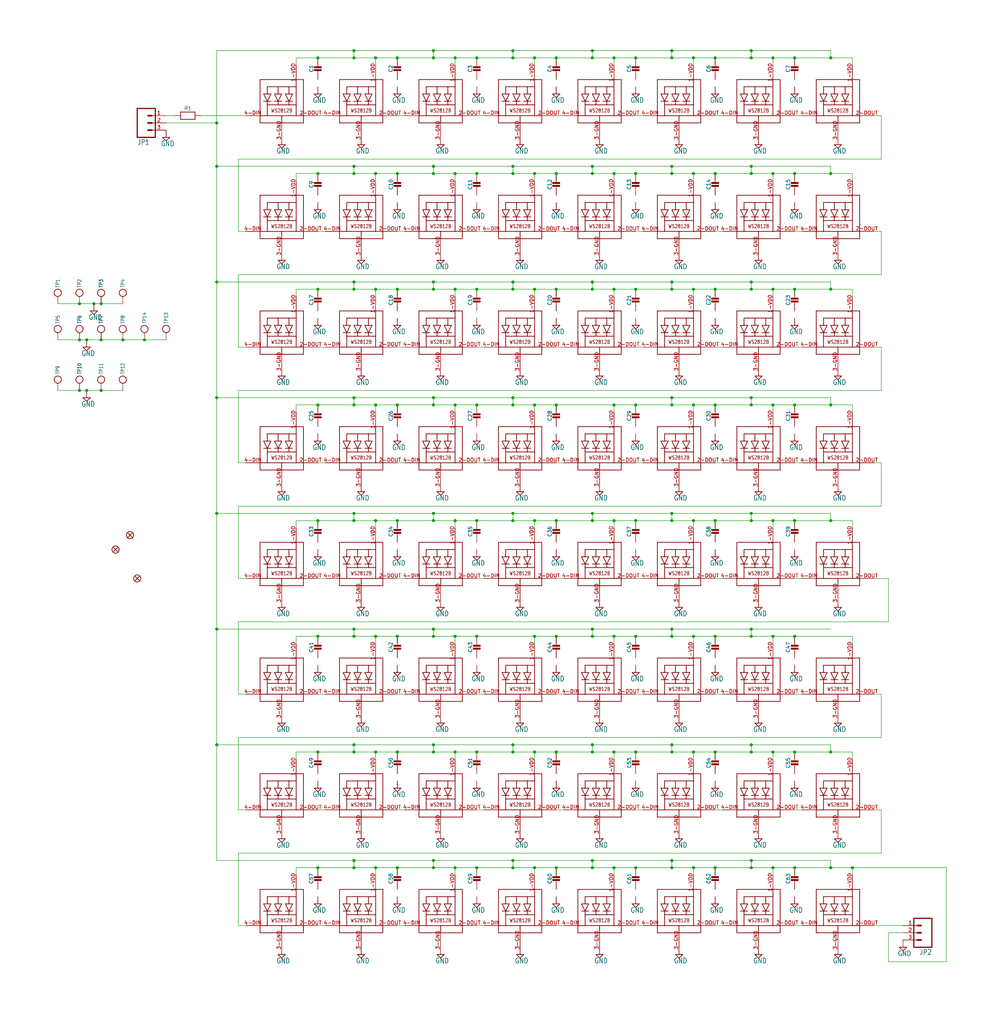
<source format=kicad_sch>
(kicad_sch (version 20230121) (generator eeschema)
  (paper "User" 351.993 359.639)
  (junction (at 236.22 304.8))
  (junction (at 264.16 101.6))
  (junction (at 111.76 182.88))
  (junction (at 264.16 264.16))
  (junction (at 236.22 182.88))
  (junction (at 279.4 20.32))
  (junction (at 279.4 264.16))
  (junction (at 251.46 101.6))
  (junction (at 152.4 101.6))
  (junction (at 152.4 20.32))
  (junction (at 271.78 101.6))
  (junction (at 264.16 139.7))
  (junction (at 208.28 302.26))
  (junction (at 264.16 304.8))
  (junction (at 264.16 261.62))
  (junction (at 271.78 223.52))
  (junction (at 223.52 264.16))
  (junction (at 208.28 58.42))
  (junction (at 264.16 180.34))
  (junction (at 279.4 182.88))
  (junction (at 208.28 60.96))
  (junction (at 180.34 302.26))
  (junction (at 180.34 20.32))
  (junction (at 271.78 182.88))
  (junction (at 139.7 60.96))
  (junction (at 264.16 302.26))
  (junction (at 236.22 139.7))
  (junction (at 195.58 223.52))
  (junction (at 167.64 60.96))
  (junction (at 264.16 220.98))
  (junction (at 124.46 180.34))
  (junction (at 223.52 101.6))
  (junction (at 299.72 304.8))
  (junction (at 271.78 142.24))
  (junction (at 195.58 60.96))
  (junction (at 236.22 261.62))
  (junction (at 167.64 223.52))
  (junction (at 264.16 20.32))
  (junction (at 180.34 58.42))
  (junction (at 160.02 20.32))
  (junction (at 208.28 220.98))
  (junction (at 33.02 106.68))
  (junction (at 187.96 142.24))
  (junction (at 208.28 17.78))
  (junction (at 271.78 304.8))
  (junction (at 215.9 304.8))
  (junction (at 167.64 182.88))
  (junction (at 139.7 20.32))
  (junction (at 279.4 142.24))
  (junction (at 152.4 180.34))
  (junction (at 208.28 99.06))
  (junction (at 264.16 60.96))
  (junction (at 187.96 182.88))
  (junction (at 152.4 60.96))
  (junction (at 139.7 304.8))
  (junction (at 152.4 142.24))
  (junction (at 292.1 20.32))
  (junction (at 236.22 101.6))
  (junction (at 152.4 139.7))
  (junction (at 195.58 304.8))
  (junction (at 76.2 58.42))
  (junction (at 167.64 304.8))
  (junction (at 208.28 180.34))
  (junction (at 215.9 101.6))
  (junction (at 279.4 101.6))
  (junction (at 160.02 101.6))
  (junction (at 264.16 99.06))
  (junction (at 236.22 220.98))
  (junction (at 292.1 182.88))
  (junction (at 27.94 106.68))
  (junction (at 152.4 261.62))
  (junction (at 111.76 142.24))
  (junction (at 236.22 99.06))
  (junction (at 124.46 142.24))
  (junction (at 76.2 261.62))
  (junction (at 152.4 58.42))
  (junction (at 111.76 20.32))
  (junction (at 132.08 223.52))
  (junction (at 111.76 60.96))
  (junction (at 111.76 223.52))
  (junction (at 180.34 101.6))
  (junction (at 208.28 20.32))
  (junction (at 279.4 60.96))
  (junction (at 132.08 264.16))
  (junction (at 35.56 106.68))
  (junction (at 124.46 182.88))
  (junction (at 167.64 101.6))
  (junction (at 180.34 261.62))
  (junction (at 124.46 223.52))
  (junction (at 35.56 119.38))
  (junction (at 223.52 142.24))
  (junction (at 76.2 43.18))
  (junction (at 160.02 223.52))
  (junction (at 124.46 302.26))
  (junction (at 279.4 304.8))
  (junction (at 139.7 101.6))
  (junction (at 180.34 182.88))
  (junction (at 208.28 261.62))
  (junction (at 124.46 220.98))
  (junction (at 180.34 142.24))
  (junction (at 152.4 17.78))
  (junction (at 180.34 99.06))
  (junction (at 292.1 142.24))
  (junction (at 264.16 17.78))
  (junction (at 160.02 60.96))
  (junction (at 187.96 60.96))
  (junction (at 223.52 223.52))
  (junction (at 243.84 304.8))
  (junction (at 76.2 139.7))
  (junction (at 132.08 60.96))
  (junction (at 251.46 264.16))
  (junction (at 223.52 182.88))
  (junction (at 195.58 264.16))
  (junction (at 152.4 99.06))
  (junction (at 264.16 58.42))
  (junction (at 132.08 20.32))
  (junction (at 30.48 137.16))
  (junction (at 124.46 261.62))
  (junction (at 271.78 20.32))
  (junction (at 180.34 139.7))
  (junction (at 160.02 182.88))
  (junction (at 124.46 139.7))
  (junction (at 124.46 99.06))
  (junction (at 279.4 223.52))
  (junction (at 139.7 182.88))
  (junction (at 76.2 99.06))
  (junction (at 180.34 304.8))
  (junction (at 243.84 20.32))
  (junction (at 35.56 137.16))
  (junction (at 195.58 142.24))
  (junction (at 195.58 20.32))
  (junction (at 292.1 304.8))
  (junction (at 236.22 60.96))
  (junction (at 30.48 119.38))
  (junction (at 215.9 20.32))
  (junction (at 132.08 142.24))
  (junction (at 152.4 264.16))
  (junction (at 167.64 264.16))
  (junction (at 124.46 304.8))
  (junction (at 251.46 182.88))
  (junction (at 208.28 264.16))
  (junction (at 180.34 264.16))
  (junction (at 124.46 264.16))
  (junction (at 264.16 142.24))
  (junction (at 160.02 264.16))
  (junction (at 236.22 20.32))
  (junction (at 27.94 137.16))
  (junction (at 111.76 264.16))
  (junction (at 251.46 223.52))
  (junction (at 167.64 20.32))
  (junction (at 292.1 101.6))
  (junction (at 124.46 20.32))
  (junction (at 124.46 17.78))
  (junction (at 223.52 304.8))
  (junction (at 160.02 304.8))
  (junction (at 111.76 101.6))
  (junction (at 208.28 223.52))
  (junction (at 236.22 264.16))
  (junction (at 243.84 264.16))
  (junction (at 271.78 60.96))
  (junction (at 180.34 60.96))
  (junction (at 215.9 182.88))
  (junction (at 132.08 304.8))
  (junction (at 208.28 101.6))
  (junction (at 132.08 101.6))
  (junction (at 236.22 180.34))
  (junction (at 236.22 142.24))
  (junction (at 187.96 304.8))
  (junction (at 215.9 60.96))
  (junction (at 152.4 304.8))
  (junction (at 223.52 20.32))
  (junction (at 152.4 302.26))
  (junction (at 132.08 182.88))
  (junction (at 236.22 302.26))
  (junction (at 251.46 142.24))
  (junction (at 292.1 264.16))
  (junction (at 152.4 220.98))
  (junction (at 187.96 101.6))
  (junction (at 251.46 304.8))
  (junction (at 208.28 182.88))
  (junction (at 139.7 223.52))
  (junction (at 236.22 58.42))
  (junction (at 139.7 142.24))
  (junction (at 223.52 60.96))
  (junction (at 215.9 264.16))
  (junction (at 139.7 264.16))
  (junction (at 243.84 60.96))
  (junction (at 43.18 119.38))
  (junction (at 180.34 180.34))
  (junction (at 251.46 20.32))
  (junction (at 111.76 304.8))
  (junction (at 271.78 264.16))
  (junction (at 264.16 182.88))
  (junction (at 76.2 180.34))
  (junction (at 50.8 119.38))
  (junction (at 292.1 60.96))
  (junction (at 187.96 223.52))
  (junction (at 124.46 58.42))
  (junction (at 152.4 223.52))
  (junction (at 243.84 223.52))
  (junction (at 195.58 182.88))
  (junction (at 76.2 220.98))
  (junction (at 208.28 304.8))
  (junction (at 152.4 182.88))
  (junction (at 187.96 20.32))
  (junction (at 124.46 60.96))
  (junction (at 251.46 60.96))
  (junction (at 195.58 101.6))
  (junction (at 160.02 142.24))
  (junction (at 124.46 101.6))
  (junction (at 236.22 223.52))
  (junction (at 243.84 142.24))
  (junction (at 243.84 182.88))
  (junction (at 236.22 17.78))
  (junction (at 215.9 223.52))
  (junction (at 215.9 142.24))
  (junction (at 264.16 223.52))
  (junction (at 180.34 17.78))
  (junction (at 187.96 264.16))
  (junction (at 27.94 119.38))
  (junction (at 243.84 101.6))
  (junction (at 167.64 142.24))
  (wire (pts (xy 167.64 60.96) (xy 167.64 63.5)) (stroke (width 0.1524)))
  (wire (pts (xy 254 284.48) (xy 251.46 284.48)) (stroke (width 0.1524)))
  (wire (pts (xy 198.12 203.2) (xy 195.58 203.2)) (stroke (width 0.1524)))
  (wire (pts (xy 152.4 101.6) (xy 160.02 101.6)) (stroke (width 0.1524)))
  (wire (pts (xy 264.16 304.8) (xy 264.16 302.26)) (stroke (width 0.1524)))
  (wire (pts (xy 195.58 101.6) (xy 195.58 104.14)) (stroke (width 0.1524)))
  (wire (pts (xy 307.34 162.56) (xy 309.88 162.56)) (stroke (width 0.1524)))
  (wire (pts (xy 111.76 20.32) (xy 124.46 20.32)) (stroke (width 0.1524)))
  (wire (pts (xy 312.42 337.82) (xy 332.74 337.82)) (stroke (width 0.1524)))
  (wire (pts (xy 236.22 20.32) (xy 243.84 20.32)) (stroke (width 0.1524)))
  (wire (pts (xy 279.4 60.96) (xy 279.4 63.5)) (stroke (width 0.1524)))
  (wire (pts (xy 132.08 266.7) (xy 132.08 264.16)) (stroke (width 0.1524)))
  (wire (pts (xy 180.34 304.8) (xy 180.34 302.26)) (stroke (width 0.1524)))
  (wire (pts (xy 160.02 63.5) (xy 160.02 60.96)) (stroke (width 0.1524)))
  (wire (pts (xy 111.76 60.96) (xy 111.76 63.5)) (stroke (width 0.1524)))
  (wire (pts (xy 251.46 60.96) (xy 251.46 63.5)) (stroke (width 0.1524)))
  (wire (pts (xy 279.4 20.32) (xy 292.1 20.32)) (stroke (width 0.1524)))
  (wire (pts (xy 243.84 22.86) (xy 243.84 20.32)) (stroke (width 0.1524)))
  (wire (pts (xy 104.14 307.34) (xy 104.14 304.8)) (stroke (width 0.1524)))
  (wire (pts (xy 279.4 304.8) (xy 292.1 304.8)) (stroke (width 0.1524)))
  (wire (pts (xy 208.28 261.62) (xy 236.22 261.62)) (stroke (width 0.1524)))
  (wire (pts (xy 299.72 22.86) (xy 299.72 20.32)) (stroke (width 0.1524)))
  (wire (pts (xy 198.12 243.84) (xy 195.58 243.84)) (stroke (width 0.1524)))
  (wire (pts (xy 180.34 302.26) (xy 208.28 302.26)) (stroke (width 0.1524)))
  (wire (pts (xy 152.4 304.8) (xy 152.4 302.26)) (stroke (width 0.1524)))
  (wire (pts (xy 223.52 182.88) (xy 223.52 185.42)) (stroke (width 0.1524)))
  (wire (pts (xy 292.1 17.78) (xy 292.1 20.32)) (stroke (width 0.1524)))
  (wire (pts (xy 279.4 60.96) (xy 292.1 60.96)) (stroke (width 0.1524)))
  (wire (pts (xy 152.4 223.52) (xy 152.4 220.98)) (stroke (width 0.1524)))
  (wire (pts (xy 279.4 20.32) (xy 279.4 22.86)) (stroke (width 0.1524)))
  (wire (pts (xy 271.78 60.96) (xy 279.4 60.96)) (stroke (width 0.1524)))
  (wire (pts (xy 152.4 220.98) (xy 208.28 220.98)) (stroke (width 0.1524)))
  (wire (pts (xy 152.4 264.16) (xy 152.4 261.62)) (stroke (width 0.1524)))
  (wire (pts (xy 271.78 223.52) (xy 279.4 223.52)) (stroke (width 0.1524)))
  (wire (pts (xy 226.06 284.48) (xy 223.52 284.48)) (stroke (width 0.1524)))
  (wire (pts (xy 124.46 20.32) (xy 132.08 20.32)) (stroke (width 0.1524)))
  (wire (pts (xy 309.88 162.56) (xy 309.88 177.8)) (stroke (width 0.1524)))
  (wire (pts (xy 35.56 137.16) (xy 43.18 137.16)) (stroke (width 0.1524)))
  (wire (pts (xy 83.82 81.28) (xy 86.36 81.28)) (stroke (width 0.1524)))
  (wire (pts (xy 111.76 304.8) (xy 124.46 304.8)) (stroke (width 0.1524)))
  (wire (pts (xy 279.4 101.6) (xy 292.1 101.6)) (stroke (width 0.1524)))
  (wire (pts (xy 170.18 40.64) (xy 167.64 40.64)) (stroke (width 0.1524)))
  (wire (pts (xy 187.96 63.5) (xy 187.96 60.96)) (stroke (width 0.1524)))
  (wire (pts (xy 187.96 266.7) (xy 187.96 264.16)) (stroke (width 0.1524)))
  (wire (pts (xy 281.94 162.56) (xy 279.4 162.56)) (stroke (width 0.1524)))
  (wire (pts (xy 195.58 223.52) (xy 208.28 223.52)) (stroke (width 0.1524)))
  (wire (pts (xy 215.9 264.16) (xy 223.52 264.16)) (stroke (width 0.1524)))
  (wire (pts (xy 152.4 223.52) (xy 160.02 223.52)) (stroke (width 0.1524)))
  (wire (pts (xy 104.14 185.42) (xy 104.14 182.88)) (stroke (width 0.1524)))
  (wire (pts (xy 180.34 261.62) (xy 208.28 261.62)) (stroke (width 0.1524)))
  (wire (pts (xy 215.9 20.32) (xy 223.52 20.32)) (stroke (width 0.1524)))
  (wire (pts (xy 264.16 223.52) (xy 264.16 220.98)) (stroke (width 0.1524)))
  (wire (pts (xy 264.16 20.32) (xy 264.16 17.78)) (stroke (width 0.1524)))
  (wire (pts (xy 215.9 223.52) (xy 223.52 223.52)) (stroke (width 0.1524)))
  (wire (pts (xy 83.82 96.52) (xy 83.82 121.92)) (stroke (width 0.1524)))
  (wire (pts (xy 309.88 177.8) (xy 83.82 177.8)) (stroke (width 0.1524)))
  (wire (pts (xy 83.82 218.44) (xy 83.82 243.84)) (stroke (width 0.1524)))
  (wire (pts (xy 271.78 104.14) (xy 271.78 101.6)) (stroke (width 0.1524)))
  (wire (pts (xy 279.4 223.52) (xy 299.72 223.52)) (stroke (width 0.1524)))
  (wire (pts (xy 142.24 40.64) (xy 139.7 40.64)) (stroke (width 0.1524)))
  (wire (pts (xy 208.28 220.98) (xy 236.22 220.98)) (stroke (width 0.1524)))
  (wire (pts (xy 251.46 142.24) (xy 264.16 142.24)) (stroke (width 0.1524)))
  (wire (pts (xy 76.2 17.78) (xy 76.2 43.18)) (stroke (width 0.1524)))
  (wire (pts (xy 111.76 223.52) (xy 111.76 226.06)) (stroke (width 0.1524)))
  (wire (pts (xy 187.96 60.96) (xy 195.58 60.96)) (stroke (width 0.1524)))
  (wire (pts (xy 223.52 142.24) (xy 236.22 142.24)) (stroke (width 0.1524)))
  (wire (pts (xy 180.34 142.24) (xy 187.96 142.24)) (stroke (width 0.1524)))
  (wire (pts (xy 236.22 223.52) (xy 243.84 223.52)) (stroke (width 0.1524)))
  (wire (pts (xy 142.24 203.2) (xy 139.7 203.2)) (stroke (width 0.1524)))
  (wire (pts (xy 271.78 304.8) (xy 279.4 304.8)) (stroke (width 0.1524)))
  (wire (pts (xy 124.46 223.52) (xy 124.46 220.98)) (stroke (width 0.1524)))
  (wire (pts (xy 142.24 243.84) (xy 139.7 243.84)) (stroke (width 0.1524)))
  (wire (pts (xy 251.46 101.6) (xy 251.46 104.14)) (stroke (width 0.1524)))
  (wire (pts (xy 281.94 243.84) (xy 279.4 243.84)) (stroke (width 0.1524)))
  (wire (pts (xy 195.58 101.6) (xy 208.28 101.6)) (stroke (width 0.1524)))
  (wire (pts (xy 264.16 223.52) (xy 271.78 223.52)) (stroke (width 0.1524)))
  (wire (pts (xy 292.1 58.42) (xy 292.1 60.96)) (stroke (width 0.1524)))
  (wire (pts (xy 124.46 220.98) (xy 152.4 220.98)) (stroke (width 0.1524)))
  (wire (pts (xy 152.4 139.7) (xy 180.34 139.7)) (stroke (width 0.1524)))
  (wire (pts (xy 307.34 121.92) (xy 309.88 121.92)) (stroke (width 0.1524)))
  (wire (pts (xy 195.58 264.16) (xy 195.58 266.7)) (stroke (width 0.1524)))
  (wire (pts (xy 76.2 58.42) (xy 124.46 58.42)) (stroke (width 0.1524)))
  (wire (pts (xy 251.46 223.52) (xy 264.16 223.52)) (stroke (width 0.1524)))
  (wire (pts (xy 142.24 121.92) (xy 139.7 121.92)) (stroke (width 0.1524)))
  (wire (pts (xy 160.02 264.16) (xy 167.64 264.16)) (stroke (width 0.1524)))
  (wire (pts (xy 281.94 40.64) (xy 279.4 40.64)) (stroke (width 0.1524)))
  (wire (pts (xy 236.22 99.06) (xy 264.16 99.06)) (stroke (width 0.1524)))
  (wire (pts (xy 76.2 139.7) (xy 76.2 180.34)) (stroke (width 0.1524)))
  (wire (pts (xy 124.46 304.8) (xy 124.46 302.26)) (stroke (width 0.1524)))
  (wire (pts (xy 292.1 139.7) (xy 292.1 142.24)) (stroke (width 0.1524)))
  (wire (pts (xy 215.9 144.78) (xy 215.9 142.24)) (stroke (width 0.1524)))
  (wire (pts (xy 167.64 304.8) (xy 167.64 307.34)) (stroke (width 0.1524)))
  (wire (pts (xy 124.46 60.96) (xy 132.08 60.96)) (stroke (width 0.1524)))
  (wire (pts (xy 170.18 203.2) (xy 167.64 203.2)) (stroke (width 0.1524)))
  (wire (pts (xy 142.24 81.28) (xy 139.7 81.28)) (stroke (width 0.1524)))
  (wire (pts (xy 264.16 142.24) (xy 271.78 142.24)) (stroke (width 0.1524)))
  (wire (pts (xy 223.52 20.32) (xy 223.52 22.86)) (stroke (width 0.1524)))
  (wire (pts (xy 111.76 264.16) (xy 124.46 264.16)) (stroke (width 0.1524)))
  (wire (pts (xy 279.4 142.24) (xy 279.4 144.78)) (stroke (width 0.1524)))
  (wire (pts (xy 307.34 81.28) (xy 309.88 81.28)) (stroke (width 0.1524)))
  (wire (pts (xy 180.34 142.24) (xy 180.34 139.7)) (stroke (width 0.1524)))
  (wire (pts (xy 167.64 101.6) (xy 167.64 104.14)) (stroke (width 0.1524)))
  (wire (pts (xy 198.12 162.56) (xy 195.58 162.56)) (stroke (width 0.1524)))
  (wire (pts (xy 307.34 243.84) (xy 309.88 243.84)) (stroke (width 0.1524)))
  (wire (pts (xy 215.9 22.86) (xy 215.9 20.32)) (stroke (width 0.1524)))
  (wire (pts (xy 83.82 299.72) (xy 83.82 325.12)) (stroke (width 0.1524)))
  (wire (pts (xy 152.4 264.16) (xy 160.02 264.16)) (stroke (width 0.1524)))
  (wire (pts (xy 215.9 185.42) (xy 215.9 182.88)) (stroke (width 0.1524)))
  (wire (pts (xy 236.22 302.26) (xy 264.16 302.26)) (stroke (width 0.1524)))
  (wire (pts (xy 299.72 266.7) (xy 299.72 264.16)) (stroke (width 0.1524)))
  (wire (pts (xy 160.02 185.42) (xy 160.02 182.88)) (stroke (width 0.1524)))
  (wire (pts (xy 152.4 101.6) (xy 152.4 99.06)) (stroke (width 0.1524)))
  (wire (pts (xy 198.12 81.28) (xy 195.58 81.28)) (stroke (width 0.1524)))
  (wire (pts (xy 27.94 119.38) (xy 30.48 119.38)) (stroke (width 0.1524)))
  (wire (pts (xy 124.46 20.32) (xy 124.46 17.78)) (stroke (width 0.1524)))
  (wire (pts (xy 309.88 243.84) (xy 309.88 259.08)) (stroke (width 0.1524)))
  (wire (pts (xy 292.1 20.32) (xy 299.72 20.32)) (stroke (width 0.1524)))
  (wire (pts (xy 236.22 304.8) (xy 243.84 304.8)) (stroke (width 0.1524)))
  (wire (pts (xy 124.46 139.7) (xy 152.4 139.7)) (stroke (width 0.1524)))
  (wire (pts (xy 215.9 266.7) (xy 215.9 264.16)) (stroke (width 0.1524)))
  (wire (pts (xy 243.84 264.16) (xy 251.46 264.16)) (stroke (width 0.1524)))
  (wire (pts (xy 208.28 58.42) (xy 236.22 58.42)) (stroke (width 0.1524)))
  (wire (pts (xy 152.4 180.34) (xy 152.4 182.88)) (stroke (width 0.1524)))
  (wire (pts (xy 83.82 137.16) (xy 83.82 162.56)) (stroke (width 0.1524)))
  (wire (pts (xy 104.14 20.32) (xy 111.76 20.32)) (stroke (width 0.1524)))
  (wire (pts (xy 264.16 264.16) (xy 264.16 261.62)) (stroke (width 0.1524)))
  (wire (pts (xy 236.22 182.88) (xy 243.84 182.88)) (stroke (width 0.1524)))
  (wire (pts (xy 208.28 20.32) (xy 208.28 17.78)) (stroke (width 0.1524)))
  (wire (pts (xy 187.96 185.42) (xy 187.96 182.88)) (stroke (width 0.1524)))
  (wire (pts (xy 309.88 121.92) (xy 309.88 137.16)) (stroke (width 0.1524)))
  (wire (pts (xy 236.22 304.8) (xy 236.22 302.26)) (stroke (width 0.1524)))
  (wire (pts (xy 264.16 302.26) (xy 292.1 302.26)) (stroke (width 0.1524)))
  (wire (pts (xy 167.64 20.32) (xy 167.64 22.86)) (stroke (width 0.1524)))
  (wire (pts (xy 139.7 304.8) (xy 152.4 304.8)) (stroke (width 0.1524)))
  (wire (pts (xy 223.52 304.8) (xy 223.52 307.34)) (stroke (width 0.1524)))
  (wire (pts (xy 76.2 58.42) (xy 76.2 99.06)) (stroke (width 0.1524)))
  (wire (pts (xy 292.1 142.24) (xy 299.72 142.24)) (stroke (width 0.1524)))
  (wire (pts (xy 264.16 20.32) (xy 271.78 20.32)) (stroke (width 0.1524)))
  (wire (pts (xy 187.96 22.86) (xy 187.96 20.32)) (stroke (width 0.1524)))
  (wire (pts (xy 223.52 264.16) (xy 236.22 264.16)) (stroke (width 0.1524)))
  (wire (pts (xy 254 40.64) (xy 251.46 40.64)) (stroke (width 0.1524)))
  (wire (pts (xy 132.08 264.16) (xy 139.7 264.16)) (stroke (width 0.1524)))
  (wire (pts (xy 208.28 60.96) (xy 215.9 60.96)) (stroke (width 0.1524)))
  (wire (pts (xy 124.46 58.42) (xy 152.4 58.42)) (stroke (width 0.1524)))
  (wire (pts (xy 139.7 223.52) (xy 152.4 223.52)) (stroke (width 0.1524)))
  (wire (pts (xy 170.18 325.12) (xy 167.64 325.12)) (stroke (width 0.1524)))
  (wire (pts (xy 152.4 20.32) (xy 160.02 20.32)) (stroke (width 0.1524)))
  (wire (pts (xy 114.3 81.28) (xy 111.76 81.28)) (stroke (width 0.1524)))
  (wire (pts (xy 243.84 63.5) (xy 243.84 60.96)) (stroke (width 0.1524)))
  (wire (pts (xy 271.78 101.6) (xy 279.4 101.6)) (stroke (width 0.1524)))
  (wire (pts (xy 58.42 40.64) (xy 60.96 40.64)) (stroke (width 0.1524)))
  (wire (pts (xy 76.2 139.7) (xy 124.46 139.7)) (stroke (width 0.1524)))
  (wire (pts (xy 167.64 264.16) (xy 167.64 266.7)) (stroke (width 0.1524)))
  (wire (pts (xy 299.72 307.34) (xy 299.72 304.8)) (stroke (width 0.1524)))
  (wire (pts (xy 226.06 203.2) (xy 223.52 203.2)) (stroke (width 0.1524)))
  (wire (pts (xy 264.16 220.98) (xy 292.1 220.98)) (stroke (width 0.1524)))
  (wire (pts (xy 223.52 101.6) (xy 236.22 101.6)) (stroke (width 0.1524)))
  (wire (pts (xy 271.78 20.32) (xy 279.4 20.32)) (stroke (width 0.1524)))
  (wire (pts (xy 187.96 223.52) (xy 195.58 223.52)) (stroke (width 0.1524)))
  (wire (pts (xy 180.34 182.88) (xy 180.34 180.34)) (stroke (width 0.1524)))
  (wire (pts (xy 132.08 101.6) (xy 139.7 101.6)) (stroke (width 0.1524)))
  (wire (pts (xy 20.32 119.38) (xy 27.94 119.38)) (stroke (width 0.1524)))
  (wire (pts (xy 292.1 261.62) (xy 292.1 264.16)) (stroke (width 0.1524)))
  (wire (pts (xy 292.1 304.8) (xy 299.72 304.8)) (stroke (width 0.1524)))
  (wire (pts (xy 309.88 284.48) (xy 309.88 299.72)) (stroke (width 0.1524)))
  (wire (pts (xy 236.22 264.16) (xy 243.84 264.16)) (stroke (width 0.1524)))
  (wire (pts (xy 187.96 304.8) (xy 195.58 304.8)) (stroke (width 0.1524)))
  (wire (pts (xy 292.1 60.96) (xy 299.72 60.96)) (stroke (width 0.1524)))
  (wire (pts (xy 167.64 182.88) (xy 180.34 182.88)) (stroke (width 0.1524)))
  (wire (pts (xy 114.3 243.84) (xy 111.76 243.84)) (stroke (width 0.1524)))
  (wire (pts (xy 254 243.84) (xy 251.46 243.84)) (stroke (width 0.1524)))
  (wire (pts (xy 309.88 96.52) (xy 83.82 96.52)) (stroke (width 0.1524)))
  (wire (pts (xy 198.12 284.48) (xy 195.58 284.48)) (stroke (width 0.1524)))
  (wire (pts (xy 139.7 182.88) (xy 139.7 185.42)) (stroke (width 0.1524)))
  (wire (pts (xy 124.46 60.96) (xy 124.46 58.42)) (stroke (width 0.1524)))
  (wire (pts (xy 208.28 101.6) (xy 215.9 101.6)) (stroke (width 0.1524)))
  (wire (pts (xy 111.76 60.96) (xy 124.46 60.96)) (stroke (width 0.1524)))
  (wire (pts (xy 170.18 81.28) (xy 167.64 81.28)) (stroke (width 0.1524)))
  (wire (pts (xy 132.08 304.8) (xy 139.7 304.8)) (stroke (width 0.1524)))
  (wire (pts (xy 332.74 337.82) (xy 332.74 304.8)) (stroke (width 0.1524)))
  (wire (pts (xy 76.2 43.18) (xy 76.2 58.42)) (stroke (width 0.1524)))
  (wire (pts (xy 215.9 60.96) (xy 223.52 60.96)) (stroke (width 0.1524)))
  (wire (pts (xy 76.2 99.06) (xy 124.46 99.06)) (stroke (width 0.1524)))
  (wire (pts (xy 279.4 304.8) (xy 279.4 307.34)) (stroke (width 0.1524)))
  (wire (pts (xy 254 162.56) (xy 251.46 162.56)) (stroke (width 0.1524)))
  (wire (pts (xy 299.72 63.5) (xy 299.72 60.96)) (stroke (width 0.1524)))
  (wire (pts (xy 223.52 20.32) (xy 236.22 20.32)) (stroke (width 0.1524)))
  (wire (pts (xy 167.64 101.6) (xy 180.34 101.6)) (stroke (width 0.1524)))
  (wire (pts (xy 271.78 22.86) (xy 271.78 20.32)) (stroke (width 0.1524)))
  (wire (pts (xy 83.82 162.56) (xy 86.36 162.56)) (stroke (width 0.1524)))
  (wire (pts (xy 152.4 60.96) (xy 160.02 60.96)) (stroke (width 0.1524)))
  (wire (pts (xy 299.72 104.14) (xy 299.72 101.6)) (stroke (width 0.1524)))
  (wire (pts (xy 187.96 182.88) (xy 195.58 182.88)) (stroke (width 0.1524)))
  (wire (pts (xy 124.46 304.8) (xy 132.08 304.8)) (stroke (width 0.1524)))
  (wire (pts (xy 76.2 302.26) (xy 124.46 302.26)) (stroke (width 0.1524)))
  (wire (pts (xy 251.46 304.8) (xy 251.46 307.34)) (stroke (width 0.1524)))
  (wire (pts (xy 160.02 182.88) (xy 167.64 182.88)) (stroke (width 0.1524)))
  (wire (pts (xy 195.58 20.32) (xy 195.58 22.86)) (stroke (width 0.1524)))
  (wire (pts (xy 243.84 182.88) (xy 251.46 182.88)) (stroke (width 0.1524)))
  (wire (pts (xy 226.06 325.12) (xy 223.52 325.12)) (stroke (width 0.1524)))
  (wire (pts (xy 43.18 119.38) (xy 50.8 119.38)) (stroke (width 0.1524)))
  (wire (pts (xy 180.34 58.42) (xy 208.28 58.42)) (stroke (width 0.1524)))
  (wire (pts (xy 187.96 101.6) (xy 195.58 101.6)) (stroke (width 0.1524)))
  (wire (pts (xy 223.52 223.52) (xy 236.22 223.52)) (stroke (width 0.1524)))
  (wire (pts (xy 187.96 264.16) (xy 195.58 264.16)) (stroke (width 0.1524)))
  (wire (pts (xy 132.08 182.88) (xy 139.7 182.88)) (stroke (width 0.1524)))
  (wire (pts (xy 187.96 144.78) (xy 187.96 142.24)) (stroke (width 0.1524)))
  (wire (pts (xy 251.46 264.16) (xy 251.46 266.7)) (stroke (width 0.1524)))
  (wire (pts (xy 264.16 304.8) (xy 271.78 304.8)) (stroke (width 0.1524)))
  (wire (pts (xy 139.7 142.24) (xy 139.7 144.78)) (stroke (width 0.1524)))
  (wire (pts (xy 142.24 162.56) (xy 139.7 162.56)) (stroke (width 0.1524)))
  (wire (pts (xy 167.64 264.16) (xy 180.34 264.16)) (stroke (width 0.1524)))
  (wire (pts (xy 195.58 304.8) (xy 208.28 304.8)) (stroke (width 0.1524)))
  (wire (pts (xy 142.24 284.48) (xy 139.7 284.48)) (stroke (width 0.1524)))
  (wire (pts (xy 76.2 261.62) (xy 76.2 220.98)) (stroke (width 0.1524)))
  (wire (pts (xy 223.52 60.96) (xy 223.52 63.5)) (stroke (width 0.1524)))
  (wire (pts (xy 215.9 142.24) (xy 223.52 142.24)) (stroke (width 0.1524)))
  (wire (pts (xy 111.76 264.16) (xy 111.76 266.7)) (stroke (width 0.1524)))
  (wire (pts (xy 104.14 60.96) (xy 111.76 60.96)) (stroke (width 0.1524)))
  (wire (pts (xy 264.16 142.24) (xy 264.16 139.7)) (stroke (width 0.1524)))
  (wire (pts (xy 76.2 261.62) (xy 124.46 261.62)) (stroke (width 0.1524)))
  (wire (pts (xy 114.3 121.92) (xy 111.76 121.92)) (stroke (width 0.1524)))
  (wire (pts (xy 309.88 259.08) (xy 83.82 259.08)) (stroke (width 0.1524)))
  (wire (pts (xy 208.28 304.8) (xy 215.9 304.8)) (stroke (width 0.1524)))
  (wire (pts (xy 279.4 264.16) (xy 279.4 266.7)) (stroke (width 0.1524)))
  (wire (pts (xy 152.4 99.06) (xy 180.34 99.06)) (stroke (width 0.1524)))
  (wire (pts (xy 208.28 264.16) (xy 215.9 264.16)) (stroke (width 0.1524)))
  (wire (pts (xy 83.82 284.48) (xy 86.36 284.48)) (stroke (width 0.1524)))
  (wire (pts (xy 180.34 101.6) (xy 187.96 101.6)) (stroke (width 0.1524)))
  (wire (pts (xy 160.02 266.7) (xy 160.02 264.16)) (stroke (width 0.1524)))
  (wire (pts (xy 180.34 139.7) (xy 236.22 139.7)) (stroke (width 0.1524)))
  (wire (pts (xy 124.46 101.6) (xy 124.46 99.06)) (stroke (width 0.1524)))
  (wire (pts (xy 124.46 223.52) (xy 132.08 223.52)) (stroke (width 0.1524)))
  (wire (pts (xy 132.08 223.52) (xy 139.7 223.52)) (stroke (width 0.1524)))
  (wire (pts (xy 299.72 185.42) (xy 299.72 182.88)) (stroke (width 0.1524)))
  (wire (pts (xy 33.02 106.68) (xy 35.56 106.68)) (stroke (width 0.1524)))
  (wire (pts (xy 180.34 17.78) (xy 208.28 17.78)) (stroke (width 0.1524)))
  (wire (pts (xy 124.46 101.6) (xy 132.08 101.6)) (stroke (width 0.1524)))
  (wire (pts (xy 139.7 101.6) (xy 152.4 101.6)) (stroke (width 0.1524)))
  (wire (pts (xy 152.4 304.8) (xy 160.02 304.8)) (stroke (width 0.1524)))
  (wire (pts (xy 180.34 182.88) (xy 187.96 182.88)) (stroke (width 0.1524)))
  (wire (pts (xy 124.46 99.06) (xy 152.4 99.06)) (stroke (width 0.1524)))
  (wire (pts (xy 195.58 223.52) (xy 195.58 226.06)) (stroke (width 0.1524)))
  (wire (pts (xy 160.02 304.8) (xy 167.64 304.8)) (stroke (width 0.1524)))
  (wire (pts (xy 312.42 327.66) (xy 312.42 337.82)) (stroke (width 0.1524)))
  (wire (pts (xy 180.34 99.06) (xy 208.28 99.06)) (stroke (width 0.1524)))
  (wire (pts (xy 160.02 104.14) (xy 160.02 101.6)) (stroke (width 0.1524)))
  (wire (pts (xy 170.18 121.92) (xy 167.64 121.92)) (stroke (width 0.1524)))
  (wire (pts (xy 251.46 60.96) (xy 264.16 60.96)) (stroke (width 0.1524)))
  (wire (pts (xy 312.42 218.44) (xy 83.82 218.44)) (stroke (width 0.1524)))
  (wire (pts (xy 264.16 182.88) (xy 271.78 182.88)) (stroke (width 0.1524)))
  (wire (pts (xy 292.1 302.26) (xy 292.1 304.8)) (stroke (width 0.1524)))
  (wire (pts (xy 35.56 106.68) (xy 43.18 106.68)) (stroke (width 0.1524)))
  (wire (pts (xy 139.7 264.16) (xy 139.7 266.7)) (stroke (width 0.1524)))
  (wire (pts (xy 180.34 304.8) (xy 187.96 304.8)) (stroke (width 0.1524)))
  (wire (pts (xy 139.7 264.16) (xy 152.4 264.16)) (stroke (width 0.1524)))
  (wire (pts (xy 152.4 182.88) (xy 160.02 182.88)) (stroke (width 0.1524)))
  (wire (pts (xy 152.4 261.62) (xy 180.34 261.62)) (stroke (width 0.1524)))
  (wire (pts (xy 317.5 327.66) (xy 312.42 327.66)) (stroke (width 0.1524)))
  (wire (pts (xy 187.96 20.32) (xy 195.58 20.32)) (stroke (width 0.1524)))
  (wire (pts (xy 223.52 60.96) (xy 236.22 60.96)) (stroke (width 0.1524)))
  (wire (pts (xy 152.4 142.24) (xy 152.4 139.7)) (stroke (width 0.1524)))
  (wire (pts (xy 180.34 264.16) (xy 180.34 261.62)) (stroke (width 0.1524)))
  (wire (pts (xy 104.14 264.16) (xy 111.76 264.16)) (stroke (width 0.1524)))
  (wire (pts (xy 299.72 144.78) (xy 299.72 142.24)) (stroke (width 0.1524)))
  (wire (pts (xy 71.12 40.64) (xy 86.36 40.64)) (stroke (width 0.1524)))
  (wire (pts (xy 208.28 182.88) (xy 215.9 182.88)) (stroke (width 0.1524)))
  (wire (pts (xy 215.9 307.34) (xy 215.9 304.8)) (stroke (width 0.1524)))
  (wire (pts (xy 279.4 264.16) (xy 292.1 264.16)) (stroke (width 0.1524)))
  (wire (pts (xy 264.16 58.42) (xy 292.1 58.42)) (stroke (width 0.1524)))
  (wire (pts (xy 104.14 182.88) (xy 111.76 182.88)) (stroke (width 0.1524)))
  (wire (pts (xy 167.64 223.52) (xy 187.96 223.52)) (stroke (width 0.1524)))
  (wire (pts (xy 271.78 226.06) (xy 271.78 223.52)) (stroke (width 0.1524)))
  (wire (pts (xy 160.02 60.96) (xy 167.64 60.96)) (stroke (width 0.1524)))
  (wire (pts (xy 76.2 17.78) (xy 124.46 17.78)) (stroke (width 0.1524)))
  (wire (pts (xy 20.32 137.16) (xy 27.94 137.16)) (stroke (width 0.1524)))
  (wire (pts (xy 139.7 304.8) (xy 139.7 307.34)) (stroke (width 0.1524)))
  (wire (pts (xy 160.02 307.34) (xy 160.02 304.8)) (stroke (width 0.1524)))
  (wire (pts (xy 215.9 104.14) (xy 215.9 101.6)) (stroke (width 0.1524)))
  (wire (pts (xy 35.56 119.38) (xy 43.18 119.38)) (stroke (width 0.1524)))
  (wire (pts (xy 111.76 101.6) (xy 111.76 104.14)) (stroke (width 0.1524)))
  (wire (pts (xy 124.46 264.16) (xy 124.46 261.62)) (stroke (width 0.1524)))
  (wire (pts (xy 226.06 81.28) (xy 223.52 81.28)) (stroke (width 0.1524)))
  (wire (pts (xy 309.88 55.88) (xy 83.82 55.88)) (stroke (width 0.1524)))
  (wire (pts (xy 114.3 325.12) (xy 111.76 325.12)) (stroke (width 0.1524)))
  (wire (pts (xy 167.64 142.24) (xy 180.34 142.24)) (stroke (width 0.1524)))
  (wire (pts (xy 132.08 142.24) (xy 139.7 142.24)) (stroke (width 0.1524)))
  (wire (pts (xy 111.76 142.24) (xy 111.76 144.78)) (stroke (width 0.1524)))
  (wire (pts (xy 195.58 142.24) (xy 195.58 144.78)) (stroke (width 0.1524)))
  (wire (pts (xy 114.3 162.56) (xy 111.76 162.56)) (stroke (width 0.1524)))
  (wire (pts (xy 160.02 101.6) (xy 167.64 101.6)) (stroke (width 0.1524)))
  (wire (pts (xy 195.58 60.96) (xy 195.58 63.5)) (stroke (width 0.1524)))
  (wire (pts (xy 264.16 60.96) (xy 271.78 60.96)) (stroke (width 0.1524)))
  (wire (pts (xy 281.94 81.28) (xy 279.4 81.28)) (stroke (width 0.1524)))
  (wire (pts (xy 208.28 264.16) (xy 208.28 261.62)) (stroke (width 0.1524)))
  (wire (pts (xy 251.46 264.16) (xy 264.16 264.16)) (stroke (width 0.1524)))
  (wire (pts (xy 139.7 20.32) (xy 139.7 22.86)) (stroke (width 0.1524)))
  (wire (pts (xy 279.4 223.52) (xy 279.4 226.06)) (stroke (width 0.1524)))
  (wire (pts (xy 27.94 106.68) (xy 33.02 106.68)) (stroke (width 0.1524)))
  (wire (pts (xy 180.34 101.6) (xy 180.34 99.06)) (stroke (width 0.1524)))
  (wire (pts (xy 111.76 20.32) (xy 111.76 22.86)) (stroke (width 0.1524)))
  (wire (pts (xy 180.34 20.32) (xy 187.96 20.32)) (stroke (width 0.1524)))
  (wire (pts (xy 195.58 182.88) (xy 208.28 182.88)) (stroke (width 0.1524)))
  (wire (pts (xy 76.2 180.34) (xy 124.46 180.34)) (stroke (width 0.1524)))
  (wire (pts (xy 281.94 203.2) (xy 279.4 203.2)) (stroke (width 0.1524)))
  (wire (pts (xy 104.14 223.52) (xy 111.76 223.52)) (stroke (width 0.1524)))
  (wire (pts (xy 142.24 325.12) (xy 139.7 325.12)) (stroke (width 0.1524)))
  (wire (pts (xy 243.84 20.32) (xy 251.46 20.32)) (stroke (width 0.1524)))
  (wire (pts (xy 124.46 17.78) (xy 152.4 17.78)) (stroke (width 0.1524)))
  (wire (pts (xy 243.84 223.52) (xy 251.46 223.52)) (stroke (width 0.1524)))
  (wire (pts (xy 236.22 182.88) (xy 236.22 180.34)) (stroke (width 0.1524)))
  (wire (pts (xy 104.14 142.24) (xy 111.76 142.24)) (stroke (width 0.1524)))
  (wire (pts (xy 104.14 266.7) (xy 104.14 264.16)) (stroke (width 0.1524)))
  (wire (pts (xy 195.58 182.88) (xy 195.58 185.42)) (stroke (width 0.1524)))
  (wire (pts (xy 83.82 203.2) (xy 86.36 203.2)) (stroke (width 0.1524)))
  (wire (pts (xy 76.2 302.26) (xy 76.2 261.62)) (stroke (width 0.1524)))
  (wire (pts (xy 236.22 60.96) (xy 236.22 58.42)) (stroke (width 0.1524)))
  (wire (pts (xy 132.08 22.86) (xy 132.08 20.32)) (stroke (width 0.1524)))
  (wire (pts (xy 309.88 137.16) (xy 83.82 137.16)) (stroke (width 0.1524)))
  (wire (pts (xy 251.46 142.24) (xy 251.46 144.78)) (stroke (width 0.1524)))
  (wire (pts (xy 111.76 304.8) (xy 111.76 307.34)) (stroke (width 0.1524)))
  (wire (pts (xy 264.16 264.16) (xy 271.78 264.16)) (stroke (width 0.1524)))
  (wire (pts (xy 332.74 304.8) (xy 299.72 304.8)) (stroke (width 0.1524)))
  (wire (pts (xy 160.02 142.24) (xy 167.64 142.24)) (stroke (width 0.1524)))
  (wire (pts (xy 236.22 139.7) (xy 264.16 139.7)) (stroke (width 0.1524)))
  (wire (pts (xy 271.78 307.34) (xy 271.78 304.8)) (stroke (width 0.1524)))
  (wire (pts (xy 139.7 101.6) (xy 139.7 104.14)) (stroke (width 0.1524)))
  (wire (pts (xy 124.46 302.26) (xy 152.4 302.26)) (stroke (width 0.1524)))
  (wire (pts (xy 180.34 60.96) (xy 180.34 58.42)) (stroke (width 0.1524)))
  (wire (pts (xy 139.7 182.88) (xy 152.4 182.88)) (stroke (width 0.1524)))
  (wire (pts (xy 271.78 63.5) (xy 271.78 60.96)) (stroke (width 0.1524)))
  (wire (pts (xy 312.42 203.2) (xy 312.42 218.44)) (stroke (width 0.1524)))
  (wire (pts (xy 264.16 101.6) (xy 264.16 99.06)) (stroke (width 0.1524)))
  (wire (pts (xy 139.7 142.24) (xy 152.4 142.24)) (stroke (width 0.1524)))
  (wire (pts (xy 236.22 58.42) (xy 264.16 58.42)) (stroke (width 0.1524)))
  (wire (pts (xy 292.1 180.34) (xy 292.1 182.88)) (stroke (width 0.1524)))
  (wire (pts (xy 208.28 101.6) (xy 208.28 99.06)) (stroke (width 0.1524)))
  (wire (pts (xy 152.4 58.42) (xy 180.34 58.42)) (stroke (width 0.1524)))
  (wire (pts (xy 208.28 180.34) (xy 208.28 182.88)) (stroke (width 0.1524)))
  (wire (pts (xy 124.46 180.34) (xy 152.4 180.34)) (stroke (width 0.1524)))
  (wire (pts (xy 152.4 20.32) (xy 152.4 17.78)) (stroke (width 0.1524)))
  (wire (pts (xy 251.46 304.8) (xy 264.16 304.8)) (stroke (width 0.1524)))
  (wire (pts (xy 243.84 307.34) (xy 243.84 304.8)) (stroke (width 0.1524)))
  (wire (pts (xy 271.78 182.88) (xy 279.4 182.88)) (stroke (width 0.1524)))
  (wire (pts (xy 215.9 304.8) (xy 223.52 304.8)) (stroke (width 0.1524)))
  (wire (pts (xy 187.96 226.06) (xy 187.96 223.52)) (stroke (width 0.1524)))
  (wire (pts (xy 167.64 304.8) (xy 180.34 304.8)) (stroke (width 0.1524)))
  (wire (pts (xy 111.76 182.88) (xy 124.46 182.88)) (stroke (width 0.1524)))
  (wire (pts (xy 195.58 20.32) (xy 208.28 20.32)) (stroke (width 0.1524)))
  (wire (pts (xy 208.28 60.96) (xy 208.28 58.42)) (stroke (width 0.1524)))
  (wire (pts (xy 254 203.2) (xy 251.46 203.2)) (stroke (width 0.1524)))
  (wire (pts (xy 208.28 17.78) (xy 236.22 17.78)) (stroke (width 0.1524)))
  (wire (pts (xy 264.16 139.7) (xy 292.1 139.7)) (stroke (width 0.1524)))
  (wire (pts (xy 104.14 144.78) (xy 104.14 142.24)) (stroke (width 0.1524)))
  (wire (pts (xy 223.52 223.52) (xy 223.52 226.06)) (stroke (width 0.1524)))
  (wire (pts (xy 226.06 121.92) (xy 223.52 121.92)) (stroke (width 0.1524)))
  (wire (pts (xy 264.16 101.6) (xy 271.78 101.6)) (stroke (width 0.1524)))
  (wire (pts (xy 50.8 119.38) (xy 58.42 119.38)) (stroke (width 0.1524)))
  (wire (pts (xy 180.34 20.32) (xy 180.34 17.78)) (stroke (width 0.1524)))
  (wire (pts (xy 83.82 243.84) (xy 86.36 243.84)) (stroke (width 0.1524)))
  (wire (pts (xy 236.22 220.98) (xy 264.16 220.98)) (stroke (width 0.1524)))
  (wire (pts (xy 243.84 226.06) (xy 243.84 223.52)) (stroke (width 0.1524)))
  (wire (pts (xy 309.88 81.28) (xy 309.88 96.52)) (stroke (width 0.1524)))
  (wire (pts (xy 292.1 182.88) (xy 299.72 182.88)) (stroke (width 0.1524)))
  (wire (pts (xy 58.42 43.18) (xy 76.2 43.18)) (stroke (width 0.1524)))
  (wire (pts (xy 195.58 304.8) (xy 195.58 307.34)) (stroke (width 0.1524)))
  (wire (pts (xy 251.46 223.52) (xy 251.46 226.06)) (stroke (width 0.1524)))
  (wire (pts (xy 104.14 104.14) (xy 104.14 101.6)) (stroke (width 0.1524)))
  (wire (pts (xy 83.82 325.12) (xy 86.36 325.12)) (stroke (width 0.1524)))
  (wire (pts (xy 104.14 304.8) (xy 111.76 304.8)) (stroke (width 0.1524)))
  (wire (pts (xy 167.64 142.24) (xy 167.64 144.78)) (stroke (width 0.1524)))
  (wire (pts (xy 170.18 284.48) (xy 167.64 284.48)) (stroke (width 0.1524)))
  (wire (pts (xy 236.22 60.96) (xy 243.84 60.96)) (stroke (width 0.1524)))
  (wire (pts (xy 236.22 223.52) (xy 236.22 220.98)) (stroke (width 0.1524)))
  (wire (pts (xy 180.34 60.96) (xy 187.96 60.96)) (stroke (width 0.1524)))
  (wire (pts (xy 264.16 17.78) (xy 292.1 17.78)) (stroke (width 0.1524)))
  (wire (pts (xy 254 325.12) (xy 251.46 325.12)) (stroke (width 0.1524)))
  (wire (pts (xy 236.22 142.24) (xy 243.84 142.24)) (stroke (width 0.1524)))
  (wire (pts (xy 292.1 99.06) (xy 292.1 101.6)) (stroke (width 0.1524)))
  (wire (pts (xy 111.76 101.6) (xy 124.46 101.6)) (stroke (width 0.1524)))
  (wire (pts (xy 208.28 99.06) (xy 236.22 99.06)) (stroke (width 0.1524)))
  (wire (pts (xy 30.48 119.38) (xy 35.56 119.38)) (stroke (width 0.1524)))
  (wire (pts (xy 226.06 162.56) (xy 223.52 162.56)) (stroke (width 0.1524)))
  (wire (pts (xy 264.16 180.34) (xy 292.1 180.34)) (stroke (width 0.1524)))
  (wire (pts (xy 124.46 264.16) (xy 132.08 264.16)) (stroke (width 0.1524)))
  (wire (pts (xy 83.82 121.92) (xy 86.36 121.92)) (stroke (width 0.1524)))
  (wire (pts (xy 271.78 142.24) (xy 279.4 142.24)) (stroke (width 0.1524)))
  (wire (pts (xy 223.52 182.88) (xy 236.22 182.88)) (stroke (width 0.1524)))
  (wire (pts (xy 236.22 261.62) (xy 264.16 261.62)) (stroke (width 0.1524)))
  (wire (pts (xy 208.28 20.32) (xy 215.9 20.32)) (stroke (width 0.1524)))
  (wire (pts (xy 251.46 101.6) (xy 264.16 101.6)) (stroke (width 0.1524)))
  (wire (pts (xy 132.08 144.78) (xy 132.08 142.24)) (stroke (width 0.1524)))
  (wire (pts (xy 292.1 264.16) (xy 299.72 264.16)) (stroke (width 0.1524)))
  (wire (pts (xy 132.08 20.32) (xy 139.7 20.32)) (stroke (width 0.1524)))
  (wire (pts (xy 83.82 259.08) (xy 83.82 284.48)) (stroke (width 0.1524)))
  (wire (pts (xy 215.9 63.5) (xy 215.9 60.96)) (stroke (width 0.1524)))
  (wire (pts (xy 160.02 144.78) (xy 160.02 142.24)) (stroke (width 0.1524)))
  (wire (pts (xy 292.1 101.6) (xy 299.72 101.6)) (stroke (width 0.1524)))
  (wire (pts (xy 132.08 307.34) (xy 132.08 304.8)) (stroke (width 0.1524)))
  (wire (pts (xy 187.96 142.24) (xy 195.58 142.24)) (stroke (width 0.1524)))
  (wire (pts (xy 132.08 63.5) (xy 132.08 60.96)) (stroke (width 0.1524)))
  (wire (pts (xy 307.34 40.64) (xy 309.88 40.64)) (stroke (width 0.1524)))
  (wire (pts (xy 30.48 137.16) (xy 35.56 137.16)) (stroke (width 0.1524)))
  (wire (pts (xy 83.82 55.88) (xy 83.82 81.28)) (stroke (width 0.1524)))
  (wire (pts (xy 208.28 304.8) (xy 208.28 302.26)) (stroke (width 0.1524)))
  (wire (pts (xy 236.22 101.6) (xy 236.22 99.06)) (stroke (width 0.1524)))
  (wire (pts (xy 281.94 284.48) (xy 279.4 284.48)) (stroke (width 0.1524)))
  (wire (pts (xy 139.7 60.96) (xy 139.7 63.5)) (stroke (width 0.1524)))
  (wire (pts (xy 271.78 144.78) (xy 271.78 142.24)) (stroke (width 0.1524)))
  (wire (pts (xy 254 121.92) (xy 251.46 121.92)) (stroke (width 0.1524)))
  (wire (pts (xy 114.3 203.2) (xy 111.76 203.2)) (stroke (width 0.1524)))
  (wire (pts (xy 160.02 226.06) (xy 160.02 223.52)) (stroke (width 0.1524)))
  (wire (pts (xy 195.58 264.16) (xy 208.28 264.16)) (stroke (width 0.1524)))
  (wire (pts (xy 124.46 182.88) (xy 124.46 180.34)) (stroke (width 0.1524)))
  (wire (pts (xy 152.4 302.26) (xy 180.34 302.26)) (stroke (width 0.1524)))
  (wire (pts (xy 279.4 101.6) (xy 279.4 104.14)) (stroke (width 0.1524)))
  (wire (pts (xy 187.96 104.14) (xy 187.96 101.6)) (stroke (width 0.1524)))
  (wire (pts (xy 111.76 223.52) (xy 124.46 223.52)) (stroke (width 0.1524)))
  (wire (pts (xy 279.4 182.88) (xy 279.4 185.42)) (stroke (width 0.1524)))
  (wire (pts (xy 160.02 22.86) (xy 160.02 20.32)) (stroke (width 0.1524)))
  (wire (pts (xy 27.94 137.16) (xy 30.48 137.16)) (stroke (width 0.1524)))
  (wire (pts (xy 111.76 182.88) (xy 111.76 185.42)) (stroke (width 0.1524)))
  (wire (pts (xy 114.3 284.48) (xy 111.76 284.48)) (stroke (width 0.1524)))
  (wire (pts (xy 76.2 180.34) (xy 76.2 220.98)) (stroke (width 0.1524)))
  (wire (pts (xy 187.96 307.34) (xy 187.96 304.8)) (stroke (width 0.1524)))
  (wire (pts (xy 152.4 17.78) (xy 180.34 17.78)) (stroke (width 0.1524)))
  (wire (pts (xy 236.22 20.32) (xy 236.22 17.78)) (stroke (width 0.1524)))
  (wire (pts (xy 281.94 325.12) (xy 279.4 325.12)) (stroke (width 0.1524)))
  (wire (pts (xy 170.18 243.84) (xy 167.64 243.84)) (stroke (width 0.1524)))
  (wire (pts (xy 139.7 223.52) (xy 139.7 226.06)) (stroke (width 0.1524)))
  (wire (pts (xy 251.46 20.32) (xy 264.16 20.32)) (stroke (width 0.1524)))
  (wire (pts (xy 236.22 142.24) (xy 236.22 139.7)) (stroke (width 0.1524)))
  (wire (pts (xy 299.72 226.06) (xy 299.72 223.52)) (stroke (width 0.1524)))
  (wire (pts (xy 307.34 203.2) (xy 312.42 203.2)) (stroke (width 0.1524)))
  (wire (pts (xy 124.46 142.24) (xy 132.08 142.24)) (stroke (width 0.1524)))
  (wire (pts (xy 111.76 142.24) (xy 124.46 142.24)) (stroke (width 0.1524)))
  (wire (pts (xy 309.88 299.72) (xy 83.82 299.72)) (stroke (width 0.1524)))
  (wire (pts (xy 223.52 264.16) (xy 223.52 266.7)) (stroke (width 0.1524)))
  (wire (pts (xy 271.78 266.7) (xy 271.78 264.16)) (stroke (width 0.1524)))
  (wire (pts (xy 83.82 177.8) (xy 83.82 203.2)) (stroke (width 0.1524)))
  (wire (pts (xy 226.06 40.64) (xy 223.52 40.64)) (stroke (width 0.1524)))
  (wire (pts (xy 208.28 223.52) (xy 208.28 220.98)) (stroke (width 0.1524)))
  (wire (pts (xy 152.4 142.24) (xy 160.02 142.24)) (stroke (width 0.1524)))
  (wire (pts (xy 198.12 40.64) (xy 195.58 40.64)) (stroke (width 0.1524)))
  (wire (pts (xy 124.46 182.88) (xy 132.08 182.88)) (stroke (width 0.1524)))
  (wire (pts (xy 76.2 220.98) (xy 124.46 220.98)) (stroke (width 0.1524)))
  (wire (pts (xy 251.46 182.88) (xy 264.16 182.88)) (stroke (width 0.1524)))
  (wire (pts (xy 180.34 180.34) (xy 208.28 180.34)) (stroke (width 0.1524)))
  (wire (pts (xy 279.4 182.88) (xy 292.1 182.88)) (stroke (width 0.1524)))
  (wire (pts (xy 236.22 17.78) (xy 264.16 17.78)) (stroke (width 0.1524)))
  (wire (pts (xy 264.16 60.96) (xy 264.16 58.42)) (stroke (width 0.1524)))
  (wire (pts (xy 180.34 264.16) (xy 187.96 264.16)) (stroke (width 0.1524)))
  (wire (pts (xy 160.02 223.52) (xy 167.64 223.52)) (stroke (width 0.1524)))
  (wire (pts (xy 271.78 185.42) (xy 271.78 182.88)) (stroke (width 0.1524)))
  (wire (pts (xy 264.16 261.62) (xy 292.1 261.62)) (stroke (width 0.1524)))
  (wire (pts (xy 264.16 99.06) (xy 292.1 99.06)) (stroke (width 0.1524)))
  (wire (pts (xy 309.88 40.64) (xy 309.88 55.88)) (stroke (width 0.1524)))
  (wire (pts (xy 167.64 20.32) (xy 180.34 20.32)) (stroke (width 0.1524)))
  (wire (pts (xy 215.9 226.06) (xy 215.9 223.52)) (stroke (width 0.1524)))
  (wire (pts (xy 279.4 142.24) (xy 292.1 142.24)) (stroke (width 0.1524)))
  (wire (pts (xy 208.28 302.26) (xy 236.22 302.26)) (stroke (width 0.1524)))
  (wire (pts (xy 167.64 182.88) (xy 167.64 185.42)) (stroke (width 0.1524)))
  (wire (pts (xy 226.06 243.84) (xy 223.52 243.84)) (stroke (width 0.1524)))
  (wire (pts (xy 195.58 142.24) (xy 215.9 142.24)) (stroke (width 0.1524)))
  (wire (pts (xy 208.28 180.34) (xy 236.22 180.34)) (stroke (width 0.1524)))
  (wire (pts (xy 215.9 182.88) (xy 223.52 182.88)) (stroke (width 0.1524)))
  (wire (pts (xy 264.16 180.34) (xy 264.16 182.88)) (stroke (width 0.1524)))
  (wire (pts (xy 307.34 325.12) (xy 317.5 325.12)) (stroke (width 0.1524)))
  (wire (pts (xy 124.46 142.24) (xy 124.46 139.7)) (stroke (width 0.1524)))
  (wire (pts (xy 170.18 162.56) (xy 167.64 162.56)) (stroke (width 0.1524)))
  (wire (pts (xy 243.84 144.78) (xy 243.84 142.24)) (stroke (width 0.1524)))
  (wire (pts (xy 139.7 20.32) (xy 152.4 20.32)) (stroke (width 0.1524)))
  (wire (pts (xy 152.4 60.96) (xy 152.4 58.42)) (stroke (width 0.1524)))
  (wire (pts (xy 104.14 101.6) (xy 111.76 101.6)) (stroke (width 0.1524)))
  (wire (pts (xy 20.32 106.68) (xy 27.94 106.68)) (stroke (width 0.1524)))
  (wire (pts (xy 104.14 63.5) (xy 104.14 60.96)) (stroke (width 0.1524)))
  (wire (pts (xy 223.52 142.24) (xy 223.52 144.78)) (stroke (width 0.1524)))
  (wire (pts (xy 152.4 180.34) (xy 180.34 180.34)) (stroke (width 0.1524)))
  (wire (pts (xy 139.7 60.96) (xy 152.4 60.96)) (stroke (width 0.1524)))
  (wire (pts (xy 243.84 104.14) (xy 243.84 101.6)) (stroke (width 0.1524)))
  (wire (pts (xy 208.28 223.52) (xy 215.9 223.52)) (stroke (width 0.1524)))
  (wire (pts (xy 167.64 60.96) (xy 180.34 60.96)) (stroke (width 0.1524)))
  (wire (pts (xy 114.3 40.64) (xy 111.76 40.64)) (stroke (width 0.1524)))
  (wire (pts (xy 307.34 284.48) (xy 309.88 284.48)) (stroke (width 0.1524)))
  (wire (pts (xy 104.14 22.86) (xy 104.14 20.32)) (stroke (width 0.1524)))
  (wire (pts (xy 251.46 20.32) (xy 251.46 22.86)) (stroke (width 0.1524)))
  (wire (pts (xy 281.94 121.92) (xy 279.4 121.92)) (stroke (width 0.1524)))
  (wire (pts (xy 271.78 264.16) (xy 279.4 264.16)) (stroke (width 0.1524)))
  (wire (pts (xy 195.58 60.96) (xy 208.28 60.96)) (stroke (width 0.1524)))
  (wire (pts (xy 236.22 264.16) (xy 236.22 261.62)) (stroke (width 0.1524)))
  (wire (pts (xy 104.14 226.06) (xy 104.14 223.52)) (stroke (width 0.1524)))
  (wire (pts (xy 223.52 304.8) (xy 236.22 304.8)) (stroke (width 0.1524)))
  (wire (pts (xy 251.46 182.88) (xy 251.46 185.42)) (stroke (width 0.1524)))
  (wire (pts (xy 236.22 180.34) (xy 264.16 180.34)) (stroke (width 0.1524)))
  (wire (pts (xy 243.84 304.8) (xy 251.46 304.8)) (stroke (width 0.1524)))
  (wire (pts (xy 132.08 104.14) (xy 132.08 101.6)) (stroke (width 0.1524)))
  (wire (pts (xy 236.22 101.6) (xy 243.84 101.6)) (stroke (width 0.1524)))
  (wire (pts (xy 132.08 185.42) (xy 132.08 182.88)) (stroke (width 0.1524)))
  (wire (pts (xy 243.84 266.7) (xy 243.84 264.16)) (stroke (width 0.1524)))
  (wire (pts (xy 243.84 142.24) (xy 251.46 142.24)) (stroke (width 0.1524)))
  (wire (pts (xy 215.9 101.6) (xy 223.52 101.6)) (stroke (width 0.1524)))
  (wire (pts (xy 243.84 185.42) (xy 243.84 182.88)) (stroke (width 0.1524)))
  (wire (pts (xy 254 81.28) (xy 251.46 81.28)) (stroke (width 0.1524)))
  (wire (pts (xy 132.08 226.06) (xy 132.08 223.52)) (stroke (width 0.1524)))
  (wire (pts (xy 167.64 223.52) (xy 167.64 226.06)) (stroke (width 0.1524)))
  (wire (pts (xy 76.2 99.06) (xy 76.2 139.7)) (stroke (width 0.1524)))
  (wire (pts (xy 132.08 60.96) (xy 139.7 60.96)) (stroke (width 0.1524)))
  (wire (pts (xy 243.84 60.96) (xy 251.46 60.96)) (stroke (width 0.1524)))
  (wire (pts (xy 243.84 101.6) (xy 251.46 101.6)) (stroke (width 0.1524)))
  (wire (pts (xy 198.12 121.92) (xy 195.58 121.92)) (stroke (width 0.1524)))
  (wire (pts (xy 223.52 101.6) (xy 223.52 104.14)) (stroke (width 0.1524)))
  (wire (pts (xy 124.46 261.62) (xy 152.4 261.62)) (stroke (width 0.1524)))
  (wire (pts (xy 160.02 20.32) (xy 167.64 20.32)) (stroke (width 0.1524)))
  (wire (pts (xy 198.12 325.12) (xy 195.58 325.12)) (stroke (width 0.1524)))
  (symbol (lib_id "working-eagle-import:CAP_CERAMIC0805-NOOUTLINE") (at 139.7 309.88 0) (unit 1)
    (property "Reference" "C58" (at 137.41 308.63 90))
    (property "Value" "CAP_CERAMIC0805-NOOUTLINE" (effects hide))
    (property "Footprint" "working:0805-NO" (effects hide))
  )
  (symbol (lib_id "working-eagle-import:GND") (at 251.46 317.5 0) (unit 1)
    (property "Reference" "#SUPPLY123" (effects hide))
    (property "Value" "GND" (at 249.555 320.675 0) (effects (font (size 1.778 1.5113)) (justify left bottom)))
  )
  (symbol (lib_id "working-eagle-import:GND") (at 279.4 195.58 0) (unit 1)
    (property "Reference" "#SUPPLY77" (effects hide))
    (property "Value" "GND" (at 277.495 198.755 0) (effects (font (size 1.778 1.5113)) (justify left bottom)))
  )
  (symbol (lib_id "working-eagle-import:GND") (at 182.88 213.36 0) (unit 1)
    (property "Reference" "#SUPPLY72" (effects hide))
    (property "Value" "GND" (at 180.975 216.535 0) (effects (font (size 1.778 1.5113)) (justify left bottom)))
  )
  (symbol (lib_id "working-eagle-import:GND") (at 127 91.44 0) (unit 1)
    (property "Reference" "#SUPPLY20" (effects hide))
    (property "Value" "GND" (at 125.095 94.615 0) (effects (font (size 1.778 1.5113)) (justify left bottom)))
  )
  (symbol (lib_id "working-eagle-import:GND") (at 99.06 172.72 0) (unit 1)
    (property "Reference" "#SUPPLY50" (effects hide))
    (property "Value" "GND" (at 97.155 175.895 0) (effects (font (size 1.778 1.5113)) (justify left bottom)))
  )
  (symbol (lib_id "working-eagle-import:GND") (at 279.4 276.86 0) (unit 1)
    (property "Reference" "#SUPPLY109" (effects hide))
    (property "Value" "GND" (at 277.495 280.035 0) (effects (font (size 1.778 1.5113)) (justify left bottom)))
  )
  (symbol (lib_id "working-eagle-import:CAP_CERAMIC0805-NOOUTLINE") (at 111.76 106.68 0) (unit 1)
    (property "Reference" "C17" (at 109.47 105.43 90))
    (property "Value" "CAP_CERAMIC0805-NOOUTLINE" (effects hide))
    (property "Footprint" "working:0805-NO" (effects hide))
  )
  (symbol (lib_id "working-eagle-import:GND") (at 266.7 172.72 0) (unit 1)
    (property "Reference" "#SUPPLY62" (effects hide))
    (property "Value" "GND" (at 264.795 175.895 0) (effects (font (size 1.778 1.5113)) (justify left bottom)))
  )
  (symbol (lib_id "working-eagle-import:CAP_CERAMIC0805-NOOUTLINE") (at 111.76 66.04 0) (unit 1)
    (property "Reference" "C9" (at 109.47 64.79 90))
    (property "Value" "CAP_CERAMIC0805-NOOUTLINE" (effects hide))
    (property "Footprint" "working:0805-NO" (effects hide))
  )
  (symbol (lib_id "working-eagle-import:WS2812B5050") (at 266.7 78.74 0) (unit 1)
    (property "Reference" "LED15" (effects hide))
    (property "Value" "WS2812B5050" (effects hide))
    (property "Footprint" "working:WS2812B" (effects hide))
  )
  (symbol (lib_id "working-eagle-import:CAP_CERAMIC0805-NOOUTLINE") (at 195.58 309.88 0) (unit 1)
    (property "Reference" "C60" (at 193.29 308.63 90))
    (property "Value" "CAP_CERAMIC0805-NOOUTLINE" (effects hide))
    (property "Footprint" "working:0805-NO" (effects hide))
  )
  (symbol (lib_id "working-eagle-import:GND") (at 238.76 213.36 0) (unit 1)
    (property "Reference" "#SUPPLY76" (effects hide))
    (property "Value" "GND" (at 236.855 216.535 0) (effects (font (size 1.778 1.5113)) (justify left bottom)))
  )
  (symbol (lib_id "working-eagle-import:GND") (at 139.7 154.94 0) (unit 1)
    (property "Reference" "#SUPPLY51" (effects hide))
    (property "Value" "GND" (at 137.795 158.115 0) (effects (font (size 1.778 1.5113)) (justify left bottom)))
  )
  (symbol (lib_id "working-eagle-import:WS2812B5050") (at 154.94 160.02 0) (unit 1)
    (property "Reference" "LED27" (effects hide))
    (property "Value" "WS2812B5050" (effects hide))
    (property "Footprint" "working:WS2812B" (effects hide))
  )
  (symbol (lib_id "working-eagle-import:CAP_CERAMIC0805-NOOUTLINE") (at 251.46 66.04 0) (unit 1)
    (property "Reference" "C14" (at 249.17 64.79 90))
    (property "Value" "CAP_CERAMIC0805-NOOUTLINE" (effects hide))
    (property "Footprint" "working:0805-NO" (effects hide))
  )
  (symbol (lib_id "working-eagle-import:CAP_CERAMIC0805-NOOUTLINE") (at 251.46 25.4 0) (unit 1)
    (property "Reference" "C6" (at 249.17 24.15 90))
    (property "Value" "CAP_CERAMIC0805-NOOUTLINE" (effects hide))
    (property "Footprint" "working:0805-NO" (effects hide))
  )
  (symbol (lib_id "working-eagle-import:CAP_CERAMIC0805-NOOUTLINE") (at 139.7 228.6 0) (unit 1)
    (property "Reference" "C42" (at 137.41 227.35 90))
    (property "Value" "CAP_CERAMIC0805-NOOUTLINE" (effects hide))
    (property "Footprint" "working:0805-NO" (effects hide))
  )
  (symbol (lib_id "working-eagle-import:CAP_CERAMIC0805-NOOUTLINE") (at 251.46 269.24 0) (unit 1)
    (property "Reference" "C54" (at 249.17 267.99 90))
    (property "Value" "CAP_CERAMIC0805-NOOUTLINE" (effects hide))
    (property "Footprint" "working:0805-NO" (effects hide))
  )
  (symbol (lib_id "working-eagle-import:GND") (at 99.06 294.64 0) (unit 1)
    (property "Reference" "#SUPPLY98" (effects hide))
    (property "Value" "GND" (at 97.155 297.815 0) (effects (font (size 1.778 1.5113)) (justify left bottom)))
  )
  (symbol (lib_id "working-eagle-import:GND") (at 210.82 213.36 0) (unit 1)
    (property "Reference" "#SUPPLY74" (effects hide))
    (property "Value" "GND" (at 208.915 216.535 0) (effects (font (size 1.778 1.5113)) (justify left bottom)))
  )
  (symbol (lib_id "working-eagle-import:WS2812B5050") (at 154.94 78.74 0) (unit 1)
    (property "Reference" "LED11" (effects hide))
    (property "Value" "WS2812B5050" (effects hide))
    (property "Footprint" "working:WS2812B" (effects hide))
  )
  (symbol (lib_id "working-eagle-import:GND") (at 279.4 317.5 0) (unit 1)
    (property "Reference" "#SUPPLY125" (effects hide))
    (property "Value" "GND" (at 277.495 320.675 0) (effects (font (size 1.778 1.5113)) (justify left bottom)))
  )
  (symbol (lib_id "working-eagle-import:CAP_CERAMIC0805-NOOUTLINE") (at 223.52 66.04 0) (unit 1)
    (property "Reference" "C13" (at 221.23 64.79 90))
    (property "Value" "CAP_CERAMIC0805-NOOUTLINE" (effects hide))
    (property "Footprint" "working:0805-NO" (effects hide))
  )
  (symbol (lib_id "working-eagle-import:GND") (at 210.82 172.72 0) (unit 1)
    (property "Reference" "#SUPPLY58" (effects hide))
    (property "Value" "GND" (at 208.915 175.895 0) (effects (font (size 1.778 1.5113)) (justify left bottom)))
  )
  (symbol (lib_id "working-eagle-import:GND") (at 294.64 294.64 0) (unit 1)
    (property "Reference" "#SUPPLY112" (effects hide))
    (property "Value" "GND" (at 292.735 297.815 0) (effects (font (size 1.778 1.5113)) (justify left bottom)))
  )
  (symbol (lib_id "working-eagle-import:GND") (at 195.58 154.94 0) (unit 1)
    (property "Reference" "#SUPPLY55" (effects hide))
    (property "Value" "GND" (at 193.675 158.115 0) (effects (font (size 1.778 1.5113)) (justify left bottom)))
  )
  (symbol (lib_id "working-eagle-import:FIDUCIAL{dblquote}{dblquote}") (at 40.64 193.04 0) (unit 1)
    (property "Reference" "FID3" (effects hide))
    (property "Value" "FIDUCIAL{dblquote}{dblquote}" (effects hide))
    (property "Footprint" "working:FIDUCIAL_1MM" (effects hide))
  )
  (symbol (lib_id "working-eagle-import:GND") (at 251.46 236.22 0) (unit 1)
    (property "Reference" "#SUPPLY91" (effects hide))
    (property "Value" "GND" (at 249.555 239.395 0) (effects (font (size 1.778 1.5113)) (justify left bottom)))
  )
  (symbol (lib_id "working-eagle-import:CAP_CERAMIC0805-NOOUTLINE") (at 195.58 187.96 0) (unit 1)
    (property "Reference" "C36" (at 193.29 186.71 90))
    (property "Value" "CAP_CERAMIC0805-NOOUTLINE" (effects hide))
    (property "Footprint" "working:0805-NO" (effects hide))
  )
  (symbol (lib_id "working-eagle-import:GND") (at 238.76 50.8 0) (unit 1)
    (property "Reference" "#SUPPLY12" (effects hide))
    (property "Value" "GND" (at 236.855 53.975 0) (effects (font (size 1.778 1.5113)) (justify left bottom)))
  )
  (symbol (lib_id "working-eagle-import:GND") (at 294.64 213.36 0) (unit 1)
    (property "Reference" "#SUPPLY80" (effects hide))
    (property "Value" "GND" (at 292.735 216.535 0) (effects (font (size 1.778 1.5113)) (justify left bottom)))
  )
  (symbol (lib_id "working-eagle-import:CAP_CERAMIC0805-NOOUTLINE") (at 139.7 66.04 0) (unit 1)
    (property "Reference" "C10" (at 137.41 64.79 90))
    (property "Value" "CAP_CERAMIC0805-NOOUTLINE" (effects hide))
    (property "Footprint" "working:0805-NO" (effects hide))
  )
  (symbol (lib_id "working-eagle-import:GND") (at 195.58 73.66 0) (unit 1)
    (property "Reference" "#SUPPLY23" (effects hide))
    (property "Value" "GND" (at 193.675 76.835 0) (effects (font (size 1.778 1.5113)) (justify left bottom)))
  )
  (symbol (lib_id "working-eagle-import:TESTPOINT") (at 43.18 137.16 0) (unit 1)
    (property "Reference" "TP12" (at 43.18 131.572 90) (effects (font (size 1.27 1.0795)) (justify left)))
    (property "Value" "TESTPOINT" (effects hide))
    (property "Footprint" "working:TESTPOINT_SMT" (effects hide))
  )
  (symbol (lib_id "working-eagle-import:CAP_CERAMIC0805-NOOUTLINE") (at 279.4 106.68 0) (unit 1)
    (property "Reference" "C23" (at 277.11 105.43 90))
    (property "Value" "CAP_CERAMIC0805-NOOUTLINE" (effects hide))
    (property "Footprint" "working:0805-NO" (effects hide))
  )
  (symbol (lib_id "working-eagle-import:WS2812B5050") (at 127 281.94 0) (unit 1)
    (property "Reference" "LED50" (effects hide))
    (property "Value" "WS2812B5050" (effects hide))
    (property "Footprint" "working:WS2812B" (effects hide))
  )
  (symbol (lib_id "working-eagle-import:GND") (at 294.64 132.08 0) (unit 1)
    (property "Reference" "#SUPPLY48" (effects hide))
    (property "Value" "GND" (at 292.735 135.255 0) (effects (font (size 1.778 1.5113)) (justify left bottom)))
  )
  (symbol (lib_id "working-eagle-import:GND") (at 317.5 332.74 0) (unit 1)
    (property "Reference" "#SUPPLY127" (effects hide))
    (property "Value" "GND" (at 315.595 335.915 0) (effects (font (size 1.778 1.5113)) (justify left bottom)))
  )
  (symbol (lib_id "working-eagle-import:GND") (at 251.46 73.66 0) (unit 1)
    (property "Reference" "#SUPPLY27" (effects hide))
    (property "Value" "GND" (at 249.555 76.835 0) (effects (font (size 1.778 1.5113)) (justify left bottom)))
  )
  (symbol (lib_id "working-eagle-import:GND") (at 251.46 195.58 0) (unit 1)
    (property "Reference" "#SUPPLY75" (effects hide))
    (property "Value" "GND" (at 249.555 198.755 0) (effects (font (size 1.778 1.5113)) (justify left bottom)))
  )
  (symbol (lib_id "working-eagle-import:CAP_CERAMIC0805-NOOUTLINE") (at 139.7 25.4 0) (unit 1)
    (property "Reference" "C2" (at 137.41 24.15 90))
    (property "Value" "CAP_CERAMIC0805-NOOUTLINE" (effects hide))
    (property "Footprint" "working:0805-NO" (effects hide))
  )
  (symbol (lib_id "working-eagle-import:CAP_CERAMIC0805-NOOUTLINE") (at 139.7 106.68 0) (unit 1)
    (property "Reference" "C18" (at 137.41 105.43 90))
    (property "Value" "CAP_CERAMIC0805-NOOUTLINE" (effects hide))
    (property "Footprint" "working:0805-NO" (effects hide))
  )
  (symbol (lib_id "working-eagle-import:TESTPOINT") (at 27.94 137.16 0) (unit 1)
    (property "Reference" "TP10" (at 27.94 131.572 90) (effects (font (size 1.27 1.0795)) (justify left)))
    (property "Value" "TESTPOINT" (effects hide))
    (property "Footprint" "working:TESTPOINT_SMT" (effects hide))
  )
  (symbol (lib_id "working-eagle-import:GND") (at 294.64 254 0) (unit 1)
    (property "Reference" "#SUPPLY96" (effects hide))
    (property "Value" "GND" (at 292.735 257.175 0) (effects (font (size 1.778 1.5113)) (justify left bottom)))
  )
  (symbol (lib_id "working-eagle-import:WS2812B5050") (at 154.94 119.38 0) (unit 1)
    (property "Reference" "LED19" (effects hide))
    (property "Value" "WS2812B5050" (effects hide))
    (property "Footprint" "working:WS2812B" (effects hide))
  )
  (symbol (lib_id "working-eagle-import:WS2812B5050") (at 182.88 160.02 0) (unit 1)
    (property "Reference" "LED28" (effects hide))
    (property "Value" "WS2812B5050" (effects hide))
    (property "Footprint" "working:WS2812B" (effects hide))
  )
  (symbol (lib_id "working-eagle-import:GND") (at 182.88 50.8 0) (unit 1)
    (property "Reference" "#SUPPLY8" (effects hide))
    (property "Value" "GND" (at 180.975 53.975 0) (effects (font (size 1.778 1.5113)) (justify left bottom)))
  )
  (symbol (lib_id "working-eagle-import:GND") (at 154.94 294.64 0) (unit 1)
    (property "Reference" "#SUPPLY102" (effects hide))
    (property "Value" "GND" (at 153.035 297.815 0) (effects (font (size 1.778 1.5113)) (justify left bottom)))
  )
  (symbol (lib_id "working-eagle-import:GND") (at 210.82 335.28 0) (unit 1)
    (property "Reference" "#SUPPLY122" (effects hide))
    (property "Value" "GND" (at 208.915 338.455 0) (effects (font (size 1.778 1.5113)) (justify left bottom)))
  )
  (symbol (lib_id "working-eagle-import:CAP_CERAMIC0805-NOOUTLINE") (at 223.52 309.88 0) (unit 1)
    (property "Reference" "C61" (at 221.23 308.63 90))
    (property "Value" "CAP_CERAMIC0805-NOOUTLINE" (effects hide))
    (property "Footprint" "working:0805-NO" (effects hide))
  )
  (symbol (lib_id "working-eagle-import:GND") (at 182.88 132.08 0) (unit 1)
    (property "Reference" "#SUPPLY40" (effects hide))
    (property "Value" "GND" (at 180.975 135.255 0) (effects (font (size 1.778 1.5113)) (justify left bottom)))
  )
  (symbol (lib_id "working-eagle-import:GND") (at 167.64 154.94 0) (unit 1)
    (property "Reference" "#SUPPLY53" (effects hide))
    (property "Value" "GND" (at 165.735 158.115 0) (effects (font (size 1.778 1.5113)) (justify left bottom)))
  )
  (symbol (lib_id "working-eagle-import:WS2812B5050") (at 238.76 160.02 0) (unit 1)
    (property "Reference" "LED30" (effects hide))
    (property "Value" "WS2812B5050" (effects hide))
    (property "Footprint" "working:WS2812B" (effects hide))
  )
  (symbol (lib_id "working-eagle-import:GND") (at 167.64 276.86 0) (unit 1)
    (property "Reference" "#SUPPLY101" (effects hide))
    (property "Value" "GND" (at 165.735 280.035 0) (effects (font (size 1.778 1.5113)) (justify left bottom)))
  )
  (symbol (lib_id "working-eagle-import:GND") (at 279.4 33.02 0) (unit 1)
    (property "Reference" "#SUPPLY13" (effects hide))
    (property "Value" "GND" (at 277.495 36.195 0) (effects (font (size 1.778 1.5113)) (justify left bottom)))
  )
  (symbol (lib_id "working-eagle-import:WS2812B5050") (at 238.76 241.3 0) (unit 1)
    (property "Reference" "LED46" (effects hide))
    (property "Value" "WS2812B5050" (effects hide))
    (property "Footprint" "working:WS2812B" (effects hide))
  )
  (symbol (lib_id "working-eagle-import:WS2812B5050") (at 99.06 38.1 0) (unit 1)
    (property "Reference" "LED1" (effects hide))
    (property "Value" "WS2812B5050" (effects hide))
    (property "Footprint" "working:WS2812B" (effects hide))
  )
  (symbol (lib_id "working-eagle-import:FIDUCIAL{dblquote}{dblquote}") (at 48.26 203.2 0) (unit 1)
    (property "Reference" "FID2" (effects hide))
    (property "Value" "FIDUCIAL{dblquote}{dblquote}" (effects hide))
    (property "Footprint" "working:FIDUCIAL_1MM" (effects hide))
  )
  (symbol (lib_id "working-eagle-import:CAP_CERAMIC0805-NOOUTLINE") (at 279.4 66.04 0) (unit 1)
    (property "Reference" "C15" (at 277.11 64.79 90))
    (property "Value" "CAP_CERAMIC0805-NOOUTLINE" (effects hide))
    (property "Footprint" "working:0805-NO" (effects hide))
  )
  (symbol (lib_id "working-eagle-import:GND") (at 139.7 195.58 0) (unit 1)
    (property "Reference" "#SUPPLY67" (effects hide))
    (property "Value" "GND" (at 137.795 198.755 0) (effects (font (size 1.778 1.5113)) (justify left bottom)))
  )
  (symbol (lib_id "working-eagle-import:WS2812B5050") (at 266.7 241.3 0) (unit 1)
    (property "Reference" "LED47" (effects hide))
    (property "Value" "WS2812B5050" (effects hide))
    (property "Footprint" "working:WS2812B" (effects hide))
  )
  (symbol (lib_id "working-eagle-import:GND") (at 238.76 294.64 0) (unit 1)
    (property "Reference" "#SUPPLY108" (effects hide))
    (property "Value" "GND" (at 236.855 297.815 0) (effects (font (size 1.778 1.5113)) (justify left bottom)))
  )
  (symbol (lib_id "working-eagle-import:M03PTH") (at 50.8 43.18 0) (mirror x) (unit 1)
    (property "Reference" "JP1" (at 48.26 49.022 0) (effects (font (size 1.778 1.5113)) (justify left bottom)))
    (property "Value" "M03PTH" (effects hide))
    (property "Footprint" "working:1X03" (effects hide))
  )
  (symbol (lib_id "working-eagle-import:CAP_CERAMIC0805-NOOUTLINE") (at 279.4 269.24 0) (unit 1)
    (property "Reference" "C55" (at 277.11 267.99 90))
    (property "Value" "CAP_CERAMIC0805-NOOUTLINE" (effects hide))
    (property "Footprint" "working:0805-NO" (effects hide))
  )
  (symbol (lib_id "working-eagle-import:GND") (at 223.52 317.5 0) (unit 1)
    (property "Reference" "#SUPPLY121" (effects hide))
    (property "Value" "GND" (at 221.615 320.675 0) (effects (font (size 1.778 1.5113)) (justify left bottom)))
  )
  (symbol (lib_id "working-eagle-import:GND") (at 266.7 50.8 0) (unit 1)
    (property "Reference" "#SUPPLY14" (effects hide))
    (property "Value" "GND" (at 264.795 53.975 0) (effects (font (size 1.778 1.5113)) (justify left bottom)))
  )
  (symbol (lib_id "working-eagle-import:GND") (at 127 335.28 0) (unit 1)
    (property "Reference" "#SUPPLY116" (effects hide))
    (property "Value" "GND" (at 125.095 338.455 0) (effects (font (size 1.778 1.5113)) (justify left bottom)))
  )
  (symbol (lib_id "working-eagle-import:CAP_CERAMIC0805-NOOUTLINE") (at 139.7 269.24 0) (unit 1)
    (property "Reference" "C50" (at 137.41 267.99 90))
    (property "Value" "CAP_CERAMIC0805-NOOUTLINE" (effects hide))
    (property "Footprint" "working:0805-NO" (effects hide))
  )
  (symbol (lib_id "working-eagle-import:GND") (at 294.64 172.72 0) (unit 1)
    (property "Reference" "#SUPPLY64" (effects hide))
    (property "Value" "GND" (at 292.735 175.895 0) (effects (font (size 1.778 1.5113)) (justify left bottom)))
  )
  (symbol (lib_id "working-eagle-import:WS2812B5050") (at 182.88 322.58 0) (unit 1)
    (property "Reference" "LED60" (effects hide))
    (property "Value" "WS2812B5050" (effects hide))
    (property "Footprint" "working:WS2812B" (effects hide))
  )
  (symbol (lib_id "working-eagle-import:CAP_CERAMIC0805-NOOUTLINE") (at 279.4 25.4 0) (unit 1)
    (property "Reference" "C7" (at 277.11 24.15 90))
    (property "Value" "CAP_CERAMIC0805-NOOUTLINE" (effects hide))
    (property "Footprint" "working:0805-NO" (effects hide))
  )
  (symbol (lib_id "working-eagle-import:WS2812B5050") (at 210.82 160.02 0) (unit 1)
    (property "Reference" "LED29" (effects hide))
    (property "Value" "WS2812B5050" (effects hide))
    (property "Footprint" "working:WS2812B" (effects hide))
  )
  (symbol (lib_id "working-eagle-import:CAP_CERAMIC0805-NOOUTLINE") (at 251.46 147.32 0) (unit 1)
    (property "Reference" "C30" (at 249.17 146.07 90))
    (property "Value" "CAP_CERAMIC0805-NOOUTLINE" (effects hide))
    (property "Footprint" "working:0805-NO" (effects hide))
  )
  (symbol (lib_id "working-eagle-import:GND") (at 279.4 114.3 0) (unit 1)
    (property "Reference" "#SUPPLY45" (effects hide))
    (property "Value" "GND" (at 277.495 117.475 0) (effects (font (size 1.778 1.5113)) (justify left bottom)))
  )
  (symbol (lib_id "working-eagle-import:GND") (at 99.06 50.8 0) (unit 1)
    (property "Reference" "#SUPPLY2" (effects hide))
    (property "Value" "GND" (at 97.155 53.975 0) (effects (font (size 1.778 1.5113)) (justify left bottom)))
  )
  (symbol (lib_id "working-eagle-import:WS2812B5050") (at 127 241.3 0) (unit 1)
    (property "Reference" "LED42" (effects hide))
    (property "Value" "WS2812B5050" (effects hide))
    (property "Footprint" "working:WS2812B" (effects hide))
  )
  (symbol (lib_id "working-eagle-import:WS2812B5050") (at 294.64 322.58 0) (unit 1)
    (property "Reference" "LED64" (effects hide))
    (property "Value" "WS2812B5050" (effects hide))
    (property "Footprint" "working:WS2812B" (effects hide))
  )
  (symbol (lib_id "working-eagle-import:GND") (at 99.06 213.36 0) (unit 1)
    (property "Reference" "#SUPPLY66" (effects hide))
    (property "Value" "GND" (at 97.155 216.535 0) (effects (font (size 1.778 1.5113)) (justify left bottom)))
  )
  (symbol (lib_id "working-eagle-import:GND") (at 99.06 132.08 0) (unit 1)
    (property "Reference" "#SUPPLY34" (effects hide))
    (property "Value" "GND" (at 97.155 135.255 0) (effects (font (size 1.778 1.5113)) (justify left bottom)))
  )
  (symbol (lib_id "working-eagle-import:GND") (at 195.58 195.58 0) (unit 1)
    (property "Reference" "#SUPPLY71" (effects hide))
    (property "Value" "GND" (at 193.675 198.755 0) (effects (font (size 1.778 1.5113)) (justify left bottom)))
  )
  (symbol (lib_id "working-eagle-import:GND") (at 279.4 236.22 0) (unit 1)
    (property "Reference" "#SUPPLY93" (effects hide))
    (property "Value" "GND" (at 277.495 239.395 0) (effects (font (size 1.778 1.5113)) (justify left bottom)))
  )
  (symbol (lib_id "working-eagle-import:GND") (at 195.58 33.02 0) (unit 1)
    (property "Reference" "#SUPPLY7" (effects hide))
    (property "Value" "GND" (at 193.675 36.195 0) (effects (font (size 1.778 1.5113)) (justify left bottom)))
  )
  (symbol (lib_id "working-eagle-import:WS2812B5050") (at 238.76 38.1 0) (unit 1)
    (property "Reference" "LED6" (effects hide))
    (property "Value" "WS2812B5050" (effects hide))
    (property "Footprint" "working:WS2812B" (effects hide))
  )
  (symbol (lib_id "working-eagle-import:CAP_CERAMIC0805-NOOUTLINE") (at 167.64 309.88 0) (unit 1)
    (property "Reference" "C59" (at 165.35 308.63 90))
    (property "Value" "CAP_CERAMIC0805-NOOUTLINE" (effects hide))
    (property "Footprint" "working:0805-NO" (effects hide))
  )
  (symbol (lib_id "working-eagle-import:CAP_CERAMIC0805-NOOUTLINE") (at 167.64 66.04 0) (unit 1)
    (property "Reference" "C11" (at 165.35 64.79 90))
    (property "Value" "CAP_CERAMIC0805-NOOUTLINE" (effects hide))
    (property "Footprint" "working:0805-NO" (effects hide))
  )
  (symbol (lib_id "working-eagle-import:CAP_CERAMIC0805-NOOUTLINE") (at 139.7 187.96 0) (unit 1)
    (property "Reference" "C34" (at 137.41 186.71 90))
    (property "Value" "CAP_CERAMIC0805-NOOUTLINE" (effects hide))
    (property "Footprint" "working:0805-NO" (effects hide))
  )
  (symbol (lib_id "working-eagle-import:GND") (at 182.88 335.28 0) (unit 1)
    (property "Reference" "#SUPPLY120" (effects hide))
    (property "Value" "GND" (at 180.975 338.455 0) (effects (font (size 1.778 1.5113)) (justify left bottom)))
  )
  (symbol (lib_id "working-eagle-import:WS2812B5050") (at 182.88 281.94 0) (unit 1)
    (property "Reference" "LED52" (effects hide))
    (property "Value" "WS2812B5050" (effects hide))
    (property "Footprint" "working:WS2812B" (effects hide))
  )
  (symbol (lib_id "working-eagle-import:CAP_CERAMIC0805-NOOUTLINE") (at 111.76 309.88 0) (unit 1)
    (property "Reference" "C57" (at 109.47 308.63 90))
    (property "Value" "CAP_CERAMIC0805-NOOUTLINE" (effects hide))
    (property "Footprint" "working:0805-NO" (effects hide))
  )
  (symbol (lib_id "working-eagle-import:GND") (at 182.88 294.64 0) (unit 1)
    (property "Reference" "#SUPPLY104" (effects hide))
    (property "Value" "GND" (at 180.975 297.815 0) (effects (font (size 1.778 1.5113)) (justify left bottom)))
  )
  (symbol (lib_id "working-eagle-import:GND") (at 167.64 236.22 0) (unit 1)
    (property "Reference" "#SUPPLY85" (effects hide))
    (property "Value" "GND" (at 165.735 239.395 0) (effects (font (size 1.778 1.5113)) (justify left bottom)))
  )
  (symbol (lib_id "working-eagle-import:CAP_CERAMIC0805-NOOUTLINE") (at 167.64 187.96 0) (unit 1)
    (property "Reference" "C35" (at 165.35 186.71 90))
    (property "Value" "CAP_CERAMIC0805-NOOUTLINE" (effects hide))
    (property "Footprint" "working:0805-NO" (effects hide))
  )
  (symbol (lib_id "working-eagle-import:GND") (at 58.42 48.26 0) (unit 1)
    (property "Reference" "#SUPPLY129" (effects hide))
    (property "Value" "GND" (at 56.515 51.435 0) (effects (font (size 1.778 1.5113)) (justify left bottom)))
  )
  (symbol (lib_id "working-eagle-import:WS2812B5050") (at 294.64 38.1 0) (unit 1)
    (property "Reference" "LED8" (effects hide))
    (property "Value" "WS2812B5050" (effects hide))
    (property "Footprint" "working:WS2812B" (effects hide))
  )
  (symbol (lib_id "working-eagle-import:GND") (at 154.94 172.72 0) (unit 1)
    (property "Reference" "#SUPPLY54" (effects hide))
    (property "Value" "GND" (at 153.035 175.895 0) (effects (font (size 1.778 1.5113)) (justify left bottom)))
  )
  (symbol (lib_id "working-eagle-import:GND") (at 238.76 254 0) (unit 1)
    (property "Reference" "#SUPPLY92" (effects hide))
    (property "Value" "GND" (at 236.855 257.175 0) (effects (font (size 1.778 1.5113)) (justify left bottom)))
  )
  (symbol (lib_id "working-eagle-import:GND") (at 127 50.8 0) (unit 1)
    (property "Reference" "#SUPPLY4" (effects hide))
    (property "Value" "GND" (at 125.095 53.975 0) (effects (font (size 1.778 1.5113)) (justify left bottom)))
  )
  (symbol (lib_id "working-eagle-import:CAP_CERAMIC0805-NOOUTLINE") (at 223.52 187.96 0) (unit 1)
    (property "Reference" "C37" (at 221.23 186.71 90))
    (property "Value" "CAP_CERAMIC0805-NOOUTLINE" (effects hide))
    (property "Footprint" "working:0805-NO" (effects hide))
  )
  (symbol (lib_id "working-eagle-import:WS2812B5050") (at 99.06 322.58 0) (unit 1)
    (property "Reference" "LED57" (effects hide))
    (property "Value" "WS2812B5050" (effects hide))
    (property "Footprint" "working:WS2812B" (effects hide))
  )
  (symbol (lib_id "working-eagle-import:GND") (at 182.88 254 0) (unit 1)
    (property "Reference" "#SUPPLY88" (effects hide))
    (property "Value" "GND" (at 180.975 257.175 0) (effects (font (size 1.778 1.5113)) (justify left bottom)))
  )
  (symbol (lib_id "working-eagle-import:CAP_CERAMIC0805-NOOUTLINE") (at 251.46 228.6 0) (unit 1)
    (property "Reference" "C46" (at 249.17 227.35 90))
    (property "Value" "CAP_CERAMIC0805-NOOUTLINE" (effects hide))
    (property "Footprint" "working:0805-NO" (effects hide))
  )
  (symbol (lib_id "working-eagle-import:WS2812B5050") (at 127 200.66 0) (unit 1)
    (property "Reference" "LED34" (effects hide))
    (property "Value" "WS2812B5050" (effects hide))
    (property "Footprint" "working:WS2812B" (effects hide))
  )
  (symbol (lib_id "working-eagle-import:WS2812B5050") (at 266.7 281.94 0) (unit 1)
    (property "Reference" "LED55" (effects hide))
    (property "Value" "WS2812B5050" (effects hide))
    (property "Footprint" "working:WS2812B" (effects hide))
  )
  (symbol (lib_id "working-eagle-import:GND") (at 167.64 114.3 0) (unit 1)
    (property "Reference" "#SUPPLY37" (effects hide))
    (property "Value" "GND" (at 165.735 117.475 0) (effects (font (size 1.778 1.5113)) (justify left bottom)))
  )
  (symbol (lib_id "working-eagle-import:GND") (at 111.76 73.66 0) (unit 1)
    (property "Reference" "#SUPPLY17" (effects hide))
    (property "Value" "GND" (at 109.855 76.835 0) (effects (font (size 1.778 1.5113)) (justify left bottom)))
  )
  (symbol (lib_id "working-eagle-import:WS2812B5050") (at 294.64 119.38 0) (unit 1)
    (property "Reference" "LED24" (effects hide))
    (property "Value" "WS2812B5050" (effects hide))
    (property "Footprint" "working:WS2812B" (effects hide))
  )
  (symbol (lib_id "working-eagle-import:GND") (at 139.7 73.66 0) (unit 1)
    (property "Reference" "#SUPPLY19" (effects hide))
    (property "Value" "GND" (at 137.795 76.835 0) (effects (font (size 1.778 1.5113)) (justify left bottom)))
  )
  (symbol (lib_id "working-eagle-import:WS2812B5050") (at 99.06 200.66 0) (unit 1)
    (property "Reference" "LED33" (effects hide))
    (property "Value" "WS2812B5050" (effects hide))
    (property "Footprint" "working:WS2812B" (effects hide))
  )
  (symbol (lib_id "working-eagle-import:WS2812B5050") (at 266.7 38.1 0) (unit 1)
    (property "Reference" "LED7" (effects hide))
    (property "Value" "WS2812B5050" (effects hide))
    (property "Footprint" "working:WS2812B" (effects hide))
  )
  (symbol (lib_id "working-eagle-import:WS2812B5050") (at 294.64 78.74 0) (unit 1)
    (property "Reference" "LED16" (effects hide))
    (property "Value" "WS2812B5050" (effects hide))
    (property "Footprint" "working:WS2812B" (effects hide))
  )
  (symbol (lib_id "working-eagle-import:GND") (at 266.7 294.64 0) (unit 1)
    (property "Reference" "#SUPPLY110" (effects hide))
    (property "Value" "GND" (at 264.795 297.815 0) (effects (font (size 1.778 1.5113)) (justify left bottom)))
  )
  (symbol (lib_id "working-eagle-import:CAP_CERAMIC0805-NOOUTLINE") (at 167.64 25.4 0) (unit 1)
    (property "Reference" "C3" (at 165.35 24.15 90))
    (property "Value" "CAP_CERAMIC0805-NOOUTLINE" (effects hide))
    (property "Footprint" "working:0805-NO" (effects hide))
  )
  (symbol (lib_id "working-eagle-import:WS2812B5050") (at 210.82 322.58 0) (unit 1)
    (property "Reference" "LED61" (effects hide))
    (property "Value" "WS2812B5050" (effects hide))
    (property "Footprint" "working:WS2812B" (effects hide))
  )
  (symbol (lib_id "working-eagle-import:GND") (at 210.82 50.8 0) (unit 1)
    (property "Reference" "#SUPPLY10" (effects hide))
    (property "Value" "GND" (at 208.915 53.975 0) (effects (font (size 1.778 1.5113)) (justify left bottom)))
  )
  (symbol (lib_id "working-eagle-import:GND") (at 223.52 33.02 0) (unit 1)
    (property "Reference" "#SUPPLY9" (effects hide))
    (property "Value" "GND" (at 221.615 36.195 0) (effects (font (size 1.778 1.5113)) (justify left bottom)))
  )
  (symbol (lib_id "working-eagle-import:CAP_CERAMIC0805-NOOUTLINE") (at 139.7 147.32 0) (unit 1)
    (property "Reference" "C26" (at 137.41 146.07 90))
    (property "Value" "CAP_CERAMIC0805-NOOUTLINE" (effects hide))
    (property "Footprint" "working:0805-NO" (effects hide))
  )
  (symbol (lib_id "working-eagle-import:CAP_CERAMIC0805-NOOUTLINE") (at 195.58 228.6 0) (unit 1)
    (property "Reference" "C44" (at 193.29 227.35 90))
    (property "Value" "CAP_CERAMIC0805-NOOUTLINE" (effects hide))
    (property "Footprint" "working:0805-NO" (effects hide))
  )
  (symbol (lib_id "working-eagle-import:WS2812B5050") (at 99.06 160.02 0) (unit 1)
    (property "Reference" "LED25" (effects hide))
    (property "Value" "WS2812B5050" (effects hide))
    (property "Footprint" "working:WS2812B" (effects hide))
  )
  (symbol (lib_id "working-eagle-import:GND") (at 167.64 33.02 0) (unit 1)
    (property "Reference" "#SUPPLY5" (effects hide))
    (property "Value" "GND" (at 165.735 36.195 0) (effects (font (size 1.778 1.5113)) (justify left bottom)))
  )
  (symbol (lib_id "working-eagle-import:GND") (at 182.88 172.72 0) (unit 1)
    (property "Reference" "#SUPPLY56" (effects hide))
    (property "Value" "GND" (at 180.975 175.895 0) (effects (font (size 1.778 1.5113)) (justify left bottom)))
  )
  (symbol (lib_id "working-eagle-import:WS2812B5050") (at 154.94 38.1 0) (unit 1)
    (property "Reference" "LED3" (effects hide))
    (property "Value" "WS2812B5050" (effects hide))
    (property "Footprint" "working:WS2812B" (effects hide))
  )
  (symbol (lib_id "working-eagle-import:GND") (at 210.82 254 0) (unit 1)
    (property "Reference" "#SUPPLY90" (effects hide))
    (property "Value" "GND" (at 208.915 257.175 0) (effects (font (size 1.778 1.5113)) (justify left bottom)))
  )
  (symbol (lib_id "working-eagle-import:GND") (at 139.7 317.5 0) (unit 1)
    (property "Reference" "#SUPPLY115" (effects hide))
    (property "Value" "GND" (at 137.795 320.675 0) (effects (font (size 1.778 1.5113)) (justify left bottom)))
  )
  (symbol (lib_id "working-eagle-import:M03PTH") (at 325.12 327.66 180) (unit 1)
    (property "Reference" "JP2" (at 327.66 333.502 0) (effects (font (size 1.778 1.5113)) (justify left bottom)))
    (property "Value" "M03PTH" (effects hide))
    (property "Footprint" "working:1X03" (effects hide))
  )
  (symbol (lib_id "working-eagle-import:WS2812B5050") (at 99.06 119.38 0) (unit 1)
    (property "Reference" "LED17" (effects hide))
    (property "Value" "WS2812B5050" (effects hide))
    (property "Footprint" "working:WS2812B" (effects hide))
  )
  (symbol (lib_id "working-eagle-import:GND") (at 99.06 91.44 0) (unit 1)
    (property "Reference" "#SUPPLY18" (effects hide))
    (property "Value" "GND" (at 97.155 94.615 0) (effects (font (size 1.778 1.5113)) (justify left bottom)))
  )
  (symbol (lib_id "working-eagle-import:TESTPOINT") (at 35.56 106.68 0) (unit 1)
    (property "Reference" "TP3" (at 35.56 101.092 90) (effects (font (size 1.27 1.0795)) (justify left)))
    (property "Value" "TESTPOINT" (effects hide))
    (property "Footprint" "working:TESTPOINT_SMT" (effects hide))
  )
  (symbol (lib_id "working-eagle-import:CAP_CERAMIC0805-NOOUTLINE") (at 111.76 25.4 0) (unit 1)
    (property "Reference" "C1" (at 109.47 24.15 90))
    (property "Value" "CAP_CERAMIC0805-NOOUTLINE" (effects hide))
    (property "Footprint" "working:0805-NO" (effects hide))
  )
  (symbol (lib_id "working-eagle-import:GND") (at 210.82 132.08 0) (unit 1)
    (property "Reference" "#SUPPLY42" (effects hide))
    (property "Value" "GND" (at 208.915 135.255 0) (effects (font (size 1.778 1.5113)) (justify left bottom)))
  )
  (symbol (lib_id "working-eagle-import:GND") (at 111.76 276.86 0) (unit 1)
    (property "Reference" "#SUPPLY97" (effects hide))
    (property "Value" "GND" (at 109.855 280.035 0) (effects (font (size 1.778 1.5113)) (justify left bottom)))
  )
  (symbol (lib_id "working-eagle-import:GND") (at 223.52 195.58 0) (unit 1)
    (property "Reference" "#SUPPLY73" (effects hide))
    (property "Value" "GND" (at 221.615 198.755 0) (effects (font (size 1.778 1.5113)) (justify left bottom)))
  )
  (symbol (lib_id "working-eagle-import:GND") (at 251.46 276.86 0) (unit 1)
    (property "Reference" "#SUPPLY107" (effects hide))
    (property "Value" "GND" (at 249.555 280.035 0) (effects (font (size 1.778 1.5113)) (justify left bottom)))
  )
  (symbol (lib_id "working-eagle-import:GND") (at 182.88 91.44 0) (unit 1)
    (property "Reference" "#SUPPLY24" (effects hide))
    (property "Value" "GND" (at 180.975 94.615 0) (effects (font (size 1.778 1.5113)) (justify left bottom)))
  )
  (symbol (lib_id "working-eagle-import:GND") (at 127 294.64 0) (unit 1)
    (property "Reference" "#SUPPLY100" (effects hide))
    (property "Value" "GND" (at 125.095 297.815 0) (effects (font (size 1.778 1.5113)) (justify left bottom)))
  )
  (symbol (lib_id "working-eagle-import:GND") (at 266.7 91.44 0) (unit 1)
    (property "Reference" "#SUPPLY30" (effects hide))
    (property "Value" "GND" (at 264.795 94.615 0) (effects (font (size 1.778 1.5113)) (justify left bottom)))
  )
  (symbol (lib_id "working-eagle-import:CAP_CERAMIC0805-NOOUTLINE") (at 251.46 187.96 0) (unit 1)
    (property "Reference" "C38" (at 249.17 186.71 90))
    (property "Value" "CAP_CERAMIC0805-NOOUTLINE" (effects hide))
    (property "Footprint" "working:0805-NO" (effects hide))
  )
  (symbol (lib_id "working-eagle-import:CAP_CERAMIC0805-NOOUTLINE") (at 111.76 187.96 0) (unit 1)
    (property "Reference" "C33" (at 109.47 186.71 90))
    (property "Value" "CAP_CERAMIC0805-NOOUTLINE" (effects hide))
    (property "Footprint" "working:0805-NO" (effects hide))
  )
  (symbol (lib_id "working-eagle-import:GND") (at 238.76 91.44 0) (unit 1)
    (property "Reference" "#SUPPLY28" (effects hide))
    (property "Value" "GND" (at 236.855 94.615 0) (effects (font (size 1.778 1.5113)) (justify left bottom)))
  )
  (symbol (lib_id "working-eagle-import:GND") (at 195.58 236.22 0) (unit 1)
    (property "Reference" "#SUPPLY87" (effects hide))
    (property "Value" "GND" (at 193.675 239.395 0) (effects (font (size 1.778 1.5113)) (justify left bottom)))
  )
  (symbol (lib_id "working-eagle-import:RESISTOR0805_NOOUTLINE") (at 66.04 40.64 0) (unit 1)
    (property "Reference" "R1" (at 66.04 38.1 0))
    (property "Value" "RESISTOR0805_NOOUTLINE" (effects hide))
    (property "Footprint" "working:0805-NO" (effects hide))
  )
  (symbol (lib_id "working-eagle-import:GND") (at 111.76 195.58 0) (unit 1)
    (property "Reference" "#SUPPLY65" (effects hide))
    (property "Value" "GND" (at 109.855 198.755 0) (effects (font (size 1.778 1.5113)) (justify left bottom)))
  )
  (symbol (lib_id "working-eagle-import:WS2812B5050") (at 127 160.02 0) (unit 1)
    (property "Reference" "LED26" (effects hide))
    (property "Value" "WS2812B5050" (effects hide))
    (property "Footprint" "working:WS2812B" (effects hide))
  )
  (symbol (lib_id "working-eagle-import:GND") (at 99.06 335.28 0) (unit 1)
    (property "Reference" "#SUPPLY114" (effects hide))
    (property "Value" "GND" (at 97.155 338.455 0) (effects (font (size 1.778 1.5113)) (justify left bottom)))
  )
  (symbol (lib_id "working-eagle-import:WS2812B5050") (at 127 38.1 0) (unit 1)
    (property "Reference" "LED2" (effects hide))
    (property "Value" "WS2812B5050" (effects hide))
    (property "Footprint" "working:WS2812B" (effects hide))
  )
  (symbol (lib_id "working-eagle-import:GND") (at 30.48 139.7 0) (unit 1)
    (property "Reference" "#SUPPLY47" (effects hide))
    (property "Value" "GND" (at 28.575 142.875 0) (effects (font (size 1.778 1.5113)) (justify left bottom)))
  )
  (symbol (lib_id "working-eagle-import:WS2812B5050") (at 127 78.74 0) (unit 1)
    (property "Reference" "LED10" (effects hide))
    (property "Value" "WS2812B5050" (effects hide))
    (property "Footprint" "working:WS2812B" (effects hide))
  )
  (symbol (lib_id "working-eagle-import:CAP_CERAMIC0805-NOOUTLINE") (at 111.76 147.32 0) (unit 1)
    (property "Reference" "C25" (at 109.47 146.07 90))
    (property "Value" "CAP_CERAMIC0805-NOOUTLINE" (effects hide))
    (property "Footprint" "working:0805-NO" (effects hide))
  )
  (symbol (lib_id "working-eagle-import:GND") (at 139.7 276.86 0) (unit 1)
    (property "Reference" "#SUPPLY99" (effects hide))
    (property "Value" "GND" (at 137.795 280.035 0) (effects (font (size 1.778 1.5113)) (justify left bottom)))
  )
  (symbol (lib_id "working-eagle-import:CAP_CERAMIC0805-NOOUTLINE") (at 111.76 228.6 0) (unit 1)
    (property "Reference" "C41" (at 109.47 227.35 90))
    (property "Value" "CAP_CERAMIC0805-NOOUTLINE" (effects hide))
    (property "Footprint" "working:0805-NO" (effects hide))
  )
  (symbol (lib_id "working-eagle-import:CAP_CERAMIC0805-NOOUTLINE") (at 223.52 106.68 0) (unit 1)
    (property "Reference" "C21" (at 221.23 105.43 90))
    (property "Value" "CAP_CERAMIC0805-NOOUTLINE" (effects hide))
    (property "Footprint" "working:0805-NO" (effects hide))
  )
  (symbol (lib_id "working-eagle-import:WS2812B5050") (at 154.94 281.94 0) (unit 1)
    (property "Reference" "LED51" (effects hide))
    (property "Value" "WS2812B5050" (effects hide))
    (property "Footprint" "working:WS2812B" (effects hide))
  )
  (symbol (lib_id "working-eagle-import:GND") (at 223.52 114.3 0) (unit 1)
    (property "Reference" "#SUPPLY41" (effects hide))
    (property "Value" "GND" (at 221.615 117.475 0) (effects (font (size 1.778 1.5113)) (justify left bottom)))
  )
  (symbol (lib_id "working-eagle-import:CAP_CERAMIC0805-NOOUTLINE") (at 167.64 106.68 0) (unit 1)
    (property "Reference" "C19" (at 165.35 105.43 90))
    (property "Value" "CAP_CERAMIC0805-NOOUTLINE" (effects hide))
    (property "Footprint" "working:0805-NO" (effects hide))
  )
  (symbol (lib_id "working-eagle-import:GND") (at 33.02 109.22 0) (unit 1)
    (property "Reference" "#SUPPLY15" (effects hide))
    (property "Value" "GND" (at 31.115 112.395 0) (effects (font (size 1.778 1.5113)) (justify left bottom)))
  )
  (symbol (lib_id "working-eagle-import:GND") (at 154.94 132.08 0) (unit 1)
    (property "Reference" "#SUPPLY38" (effects hide))
    (property "Value" "GND" (at 153.035 135.255 0) (effects (font (size 1.778 1.5113)) (justify left bottom)))
  )
  (symbol (lib_id "working-eagle-import:GND") (at 195.58 276.86 0) (unit 1)
    (property "Reference" "#SUPPLY103" (effects hide))
    (property "Value" "GND" (at 193.675 280.035 0) (effects (font (size 1.778 1.5113)) (justify left bottom)))
  )
  (symbol (lib_id "working-eagle-import:WS2812B5050") (at 127 322.58 0) (unit 1)
    (property "Reference" "LED58" (effects hide))
    (property "Value" "WS2812B5050" (effects hide))
    (property "Footprint" "working:WS2812B" (effects hide))
  )
  (symbol (lib_id "working-eagle-import:GND") (at 195.58 317.5 0) (unit 1)
    (property "Reference" "#SUPPLY119" (effects hide))
    (property "Value" "GND" (at 193.675 320.675 0) (effects (font (size 1.778 1.5113)) (justify left bottom)))
  )
  (symbol (lib_id "working-eagle-import:GND") (at 266.7 335.28 0) (unit 1)
    (property "Reference" "#SUPPLY126" (effects hide))
    (property "Value" "GND" (at 264.795 338.455 0) (effects (font (size 1.778 1.5113)) (justify left bottom)))
  )
  (symbol (lib_id "working-eagle-import:WS2812B5050") (at 238.76 281.94 0) (unit 1)
    (property "Reference" "LED54" (effects hide))
    (property "Value" "WS2812B5050" (effects hide))
    (property "Footprint" "working:WS2812B" (effects hide))
  )
  (symbol (lib_id "working-eagle-import:GND") (at 111.76 114.3 0) (unit 1)
    (property "Reference" "#SUPPLY33" (effects hide))
    (property "Value" "GND" (at 109.855 117.475 0) (effects (font (size 1.778 1.5113)) (justify left bottom)))
  )
  (symbol (lib_id "working-eagle-import:TESTPOINT") (at 35.56 137.16 0) (unit 1)
    (property "Reference" "TP11" (at 35.56 131.572 90) (effects (font (size 1.27 1.0795)) (justify left)))
    (property "Value" "TESTPOINT" (effects hide))
    (property "Footprint" "working:TESTPOINT_SMT" (effects hide))
  )
  (symbol (lib_id "working-eagle-import:GND") (at 167.64 195.58 0) (unit 1)
    (property "Reference" "#SUPPLY69" (effects hide))
    (property "Value" "GND" (at 165.735 198.755 0) (effects (font (size 1.778 1.5113)) (justify left bottom)))
  )
  (symbol (lib_id "working-eagle-import:WS2812B5050") (at 127 119.38 0) (unit 1)
    (property "Reference" "LED18" (effects hide))
    (property "Value" "WS2812B5050" (effects hide))
    (property "Footprint" "working:WS2812B" (effects hide))
  )
  (symbol (lib_id "working-eagle-import:GND") (at 223.52 276.86 0) (unit 1)
    (property "Reference" "#SUPPLY105" (effects hide))
    (property "Value" "GND" (at 221.615 280.035 0) (effects (font (size 1.778 1.5113)) (justify left bottom)))
  )
  (symbol (lib_id "working-eagle-import:GND") (at 30.48 121.92 0) (unit 1)
    (property "Reference" "#SUPPLY31" (effects hide))
    (property "Value" "GND" (at 28.575 125.095 0) (effects (font (size 1.778 1.5113)) (justify left bottom)))
  )
  (symbol (lib_id "working-eagle-import:WS2812B5050") (at 210.82 38.1 0) (unit 1)
    (property "Reference" "LED5" (effects hide))
    (property "Value" "WS2812B5050" (effects hide))
    (property "Footprint" "working:WS2812B" (effects hide))
  )
  (symbol (lib_id "working-eagle-import:CAP_CERAMIC0805-NOOUTLINE") (at 167.64 228.6 0) (unit 1)
    (property "Reference" "C43" (at 165.35 227.35 90))
    (property "Value" "CAP_CERAMIC0805-NOOUTLINE" (effects hide))
    (property "Footprint" "working:0805-NO" (effects hide))
  )
  (symbol (lib_id "working-eagle-import:GND") (at 210.82 91.44 0) (unit 1)
    (property "Reference" "#SUPPLY26" (effects hide))
    (property "Value" "GND" (at 208.915 94.615 0) (effects (font (size 1.778 1.5113)) (justify left bottom)))
  )
  (symbol (lib_id "working-eagle-import:CAP_CERAMIC0805-NOOUTLINE") (at 251.46 106.68 0) (unit 1)
    (property "Reference" "C22" (at 249.17 105.43 90))
    (property "Value" "CAP_CERAMIC0805-NOOUTLINE" (effects hide))
    (property "Footprint" "working:0805-NO" (effects hide))
  )
  (symbol (lib_id "working-eagle-import:WS2812B5050") (at 154.94 200.66 0) (unit 1)
    (property "Reference" "LED35" (effects hide))
    (property "Value" "WS2812B5050" (effects hide))
    (property "Footprint" "working:WS2812B" (effects hide))
  )
  (symbol (lib_id "working-eagle-import:CAP_CERAMIC0805-NOOUTLINE") (at 223.52 269.24 0) (unit 1)
    (property "Reference" "C53" (at 221.23 267.99 90))
    (property "Value" "CAP_CERAMIC0805-NOOUTLINE" (effects hide))
    (property "Footprint" "working:0805-NO" (effects hide))
  )
  (symbol (lib_id "working-eagle-import:CAP_CERAMIC0805-NOOUTLINE") (at 195.58 147.32 0) (unit 1)
    (property "Reference" "C28" (at 193.29 146.07 90))
    (property "Value" "CAP_CERAMIC0805-NOOUTLINE" (effects hide))
    (property "Footprint" "working:0805-NO" (effects hide))
  )
  (symbol (lib_id "working-eagle-import:WS2812B5050") (at 294.64 200.66 0) (unit 1)
    (property "Reference" "LED40" (effects hide))
    (property "Value" "WS2812B5050" (effects hide))
    (property "Footprint" "working:WS2812B" (effects hide))
  )
  (symbol (lib_id "working-eagle-import:WS2812B5050") (at 182.88 38.1 0) (unit 1)
    (property "Reference" "LED4" (effects hide))
    (property "Value" "WS2812B5050" (effects hide))
    (property "Footprint" "working:WS2812B" (effects hide))
  )
  (symbol (lib_id "working-eagle-import:GND") (at 210.82 294.64 0) (unit 1)
    (property "Reference" "#SUPPLY106" (effects hide))
    (property "Value" "GND" (at 208.915 297.815 0) (effects (font (size 1.778 1.5113)) (justify left bottom)))
  )
  (symbol (lib_id "working-eagle-import:GND") (at 111.76 33.02 0) (unit 1)
    (property "Reference" "#SUPPLY1" (effects hide))
    (property "Value" "GND" (at 109.855 36.195 0) (effects (font (size 1.778 1.5113)) (justify left bottom)))
  )
  (symbol (lib_id "working-eagle-import:WS2812B5050") (at 210.82 281.94 0) (unit 1)
    (property "Reference" "LED53" (effects hide))
    (property "Value" "WS2812B5050" (effects hide))
    (property "Footprint" "working:WS2812B" (effects hide))
  )
  (symbol (lib_id "working-eagle-import:GND") (at 294.64 335.28 0) (unit 1)
    (property "Reference" "#SUPPLY128" (effects hide))
    (property "Value" "GND" (at 292.735 338.455 0) (effects (font (size 1.778 1.5113)) (justify left bottom)))
  )
  (symbol (lib_id "working-eagle-import:GND") (at 266.7 254 0) (unit 1)
    (property "Reference" "#SUPPLY94" (effects hide))
    (property "Value" "GND" (at 264.795 257.175 0) (effects (font (size 1.778 1.5113)) (justify left bottom)))
  )
  (symbol (lib_id "working-eagle-import:GND") (at 111.76 154.94 0) (unit 1)
    (property "Reference" "#SUPPLY49" (effects hide))
    (property "Value" "GND" (at 109.855 158.115 0) (effects (font (size 1.778 1.5113)) (justify left bottom)))
  )
  (symbol (lib_id "working-eagle-import:TESTPOINT") (at 50.8 119.38 0) (unit 1)
    (property "Reference" "TP14" (at 50.8 113.792 90) (effects (font (size 1.27 1.0795)) (justify left)))
    (property "Value" "TESTPOINT" (effects hide))
    (property "Footprint" "working:TESTPOINT_SMT" (effects hide))
  )
  (symbol (lib_id "working-eagle-import:GND") (at 195.58 114.3 0) (unit 1)
    (property "Reference" "#SUPPLY39" (effects hide))
    (property "Value" "GND" (at 193.675 117.475 0) (effects (font (size 1.778 1.5113)) (justify left bottom)))
  )
  (symbol (lib_id "working-eagle-import:GND") (at 294.64 50.8 0) (unit 1)
    (property "Reference" "#SUPPLY16" (effects hide))
    (property "Value" "GND" (at 292.735 53.975 0) (effects (font (size 1.778 1.5113)) (justify left bottom)))
  )
  (symbol (lib_id "working-eagle-import:WS2812B5050") (at 182.88 78.74 0) (unit 1)
    (property "Reference" "LED12" (effects hide))
    (property "Value" "WS2812B5050" (effects hide))
    (property "Footprint" "working:WS2812B" (effects hide))
  )
  (symbol (lib_id "working-eagle-import:WS2812B5050") (at 210.82 241.3 0) (unit 1)
    (property "Reference" "LED45" (effects hide))
    (property "Value" "WS2812B5050" (effects hide))
    (property "Footprint" "working:WS2812B" (effects hide))
  )
  (symbol (lib_id "working-eagle-import:GND") (at 223.52 236.22 0) (unit 1)
    (property "Reference" "#SUPPLY89" (effects hide))
    (property "Value" "GND" (at 221.615 239.395 0) (effects (font (size 1.778 1.5113)) (justify left bottom)))
  )
  (symbol (lib_id "working-eagle-import:GND") (at 139.7 114.3 0) (unit 1)
    (property "Reference" "#SUPPLY35" (effects hide))
    (property "Value" "GND" (at 137.795 117.475 0) (effects (font (size 1.778 1.5113)) (justify left bottom)))
  )
  (symbol (lib_id "working-eagle-import:TESTPOINT") (at 20.32 119.38 0) (unit 1)
    (property "Reference" "TP5" (at 20.32 113.792 90) (effects (font (size 1.27 1.0795)) (justify left)))
    (property "Value" "TESTPOINT" (effects hide))
    (property "Footprint" "working:TESTPOINT_SMT" (effects hide))
  )
  (symbol (lib_id "working-eagle-import:GND") (at 251.46 154.94 0) (unit 1)
    (property "Reference" "#SUPPLY59" (effects hide))
    (property "Value" "GND" (at 249.555 158.115 0) (effects (font (size 1.778 1.5113)) (justify left bottom)))
  )
  (symbol (lib_id "working-eagle-import:GND") (at 223.52 73.66 0) (unit 1)
    (property "Reference" "#SUPPLY25" (effects hide))
    (property "Value" "GND" (at 221.615 76.835 0) (effects (font (size 1.778 1.5113)) (justify left bottom)))
  )
  (symbol (lib_id "working-eagle-import:WS2812B5050") (at 238.76 200.66 0) (unit 1)
    (property "Reference" "LED38" (effects hide))
    (property "Value" "WS2812B5050" (effects hide))
    (property "Footprint" "working:WS2812B" (effects hide))
  )
  (symbol (lib_id "working-eagle-import:GND") (at 127 172.72 0) (unit 1)
    (property "Reference" "#SUPPLY52" (effects hide))
    (property "Value" "GND" (at 125.095 175.895 0) (effects (font (size 1.778 1.5113)) (justify left bottom)))
  )
  (symbol (lib_id "working-eagle-import:GND") (at 238.76 172.72 0) (unit 1)
    (property "Reference" "#SUPPLY60" (effects hide))
    (property "Value" "GND" (at 236.855 175.895 0) (effects (font (size 1.778 1.5113)) (justify left bottom)))
  )
  (symbol (lib_id "working-eagle-import:WS2812B5050") (at 294.64 160.02 0) (unit 1)
    (property "Reference" "LED32" (effects hide))
    (property "Value" "WS2812B5050" (effects hide))
    (property "Footprint" "working:WS2812B" (effects hide))
  )
  (symbol (lib_id "working-eagle-import:GND") (at 99.06 254 0) (unit 1)
    (property "Reference" "#SUPPLY82" (effects hide))
    (property "Value" "GND" (at 97.155 257.175 0) (effects (font (size 1.778 1.5113)) (justify left bottom)))
  )
  (symbol (lib_id "working-eagle-import:GND") (at 154.94 91.44 0) (unit 1)
    (property "Reference" "#SUPPLY22" (effects hide))
    (property "Value" "GND" (at 153.035 94.615 0) (effects (font (size 1.778 1.5113)) (justify left bottom)))
  )
  (symbol (lib_id "working-eagle-import:WS2812B5050") (at 182.88 200.66 0) (unit 1)
    (property "Reference" "LED36" (effects hide))
    (property "Value" "WS2812B5050" (effects hide))
    (property "Footprint" "working:WS2812B" (effects hide))
  )
  (symbol (lib_id "working-eagle-import:CAP_CERAMIC0805-NOOUTLINE") (at 111.76 269.24 0) (unit 1)
    (property "Reference" "C49" (at 109.47 267.99 90))
    (property "Value" "CAP_CERAMIC0805-NOOUTLINE" (effects hide))
    (property "Footprint" "working:0805-NO" (effects hide))
  )
  (symbol (lib_id "working-eagle-import:CAP_CERAMIC0805-NOOUTLINE") (at 195.58 66.04 0) (unit 1)
    (property "Reference" "C12" (at 193.29 64.79 90))
    (property "Value" "CAP_CERAMIC0805-NOOUTLINE" (effects hide))
    (property "Footprint" "working:0805-NO" (effects hide))
  )
  (symbol (lib_id "working-eagle-import:GND") (at 127 213.36 0) (unit 1)
    (property "Reference" "#SUPPLY68" (effects hide))
    (property "Value" "GND" (at 125.095 216.535 0) (effects (font (size 1.778 1.5113)) (justify left bottom)))
  )
  (symbol (lib_id "working-eagle-import:WS2812B5050") (at 99.06 281.94 0) (unit 1)
    (property "Reference" "LED49" (effects hide))
    (property "Value" "WS2812B5050" (effects hide))
    (property "Footprint" "working:WS2812B" (effects hide))
  )
  (symbol (lib_id "working-eagle-import:GND") (at 154.94 254 0) (unit 1)
    (property "Reference" "#SUPPLY86" (effects hide))
    (property "Value" "GND" (at 153.035 257.175 0) (effects (font (size 1.778 1.5113)) (justify left bottom)))
  )
  (symbol (lib_id "working-eagle-import:WS2812B5050") (at 99.06 241.3 0) (unit 1)
    (property "Reference" "LED41" (effects hide))
    (property "Value" "WS2812B5050" (effects hide))
    (property "Footprint" "working:WS2812B" (effects hide))
  )
  (symbol (lib_id "working-eagle-import:TESTPOINT") (at 20.32 106.68 0) (unit 1)
    (property "Reference" "TP1" (at 20.32 101.092 90) (effects (font (size 1.27 1.0795)) (justify left)))
    (property "Value" "TESTPOINT" (effects hide))
    (property "Footprint" "working:TESTPOINT_SMT" (effects hide))
  )
  (symbol (lib_id "working-eagle-import:GND") (at 294.64 91.44 0) (unit 1)
    (property "Reference" "#SUPPLY32" (effects hide))
    (property "Value" "GND" (at 292.735 94.615 0) (effects (font (size 1.778 1.5113)) (justify left bottom)))
  )
  (symbol (lib_id "working-eagle-import:CAP_CERAMIC0805-NOOUTLINE") (at 279.4 147.32 0) (unit 1)
    (property "Reference" "C31" (at 277.11 146.07 90))
    (property "Value" "CAP_CERAMIC0805-NOOUTLINE" (effects hide))
    (property "Footprint" "working:0805-NO" (effects hide))
  )
  (symbol (lib_id "working-eagle-import:GND") (at 154.94 213.36 0) (unit 1)
    (property "Reference" "#SUPPLY70" (effects hide))
    (property "Value" "GND" (at 153.035 216.535 0) (effects (font (size 1.778 1.5113)) (justify left bottom)))
  )
  (symbol (lib_id "working-eagle-import:GND") (at 266.7 132.08 0) (unit 1)
    (property "Reference" "#SUPPLY46" (effects hide))
    (property "Value" "GND" (at 264.795 135.255 0) (effects (font (size 1.778 1.5113)) (justify left bottom)))
  )
  (symbol (lib_id "working-eagle-import:GND") (at 139.7 33.02 0) (unit 1)
    (property "Reference" "#SUPPLY3" (effects hide))
    (property "Value" "GND" (at 137.795 36.195 0) (effects (font (size 1.778 1.5113)) (justify left bottom)))
  )
  (symbol (lib_id "working-eagle-import:TESTPOINT") (at 27.94 106.68 0) (unit 1)
    (property "Reference" "TP2" (at 27.94 101.092 90) (effects (font (size 1.27 1.0795)) (justify left)))
    (property "Value" "TESTPOINT" (effects hide))
    (property "Footprint" "working:TESTPOINT_SMT" (effects hide))
  )
  (symbol (lib_id "working-eagle-import:TESTPOINT") (at 27.94 119.38 0) (unit 1)
    (property "Reference" "TP6" (at 27.94 113.792 90) (effects (font (size 1.27 1.0795)) (justify left)))
    (property "Value" "TESTPOINT" (effects hide))
    (property "Footprint" "working:TESTPOINT_SMT" (effects hide))
  )
  (symbol (lib_id "working-eagle-import:CAP_CERAMIC0805-NOOUTLINE") (at 279.4 228.6 0) (unit 1)
    (property "Reference" "C47" (at 277.11 227.35 90))
    (property "Value" "CAP_CERAMIC0805-NOOUTLINE" (effects hide))
    (property "Footprint" "working:0805-NO" (effects hide))
  )
  (symbol (lib_id "working-eagle-import:WS2812B5050") (at 210.82 78.74 0) (unit 1)
    (property "Reference" "LED13" (effects hide))
    (property "Value" "WS2812B5050" (effects hide))
    (property "Footprint" "working:WS2812B" (effects hide))
  )
  (symbol (lib_id "working-eagle-import:TESTPOINT") (at 35.56 119.38 0) (unit 1)
    (property "Reference" "TP7" (at 35.56 113.792 90) (effects (font (size 1.27 1.0795)) (justify left)))
    (property "Value" "TESTPOINT" (effects hide))
    (property "Footprint" "working:TESTPOINT_SMT" (effects hide))
  )
  (symbol (lib_id "working-eagle-import:GND") (at 154.94 50.8 0) (unit 1)
    (property "Reference" "#SUPPLY6" (effects hide))
    (property "Value" "GND" (at 153.035 53.975 0) (effects (font (size 1.778 1.5113)) (justify left bottom)))
  )
  (symbol (lib_id "working-eagle-import:GND") (at 279.4 73.66 0) (unit 1)
    (property "Reference" "#SUPPLY29" (effects hide))
    (property "Value" "GND" (at 277.495 76.835 0) (effects (font (size 1.778 1.5113)) (justify left bottom)))
  )
  (symbol (lib_id "working-eagle-import:CAP_CERAMIC0805-NOOUTLINE") (at 195.58 269.24 0) (unit 1)
    (property "Reference" "C52" (at 193.29 267.99 90))
    (property "Value" "CAP_CERAMIC0805-NOOUTLINE" (effects hide))
    (property "Footprint" "working:0805-NO" (effects hide))
  )
  (symbol (lib_id "working-eagle-import:GND") (at 266.7 213.36 0) (unit 1)
    (property "Reference" "#SUPPLY78" (effects hide))
    (property "Value" "GND" (at 264.795 216.535 0) (effects (font (size 1.778 1.5113)) (justify left bottom)))
  )
  (symbol (lib_id "working-eagle-import:GND") (at 251.46 33.02 0) (unit 1)
    (property "Reference" "#SUPPLY11" (effects hide))
    (property "Value" "GND" (at 249.555 36.195 0) (effects (font (size 1.778 1.5113)) (justify left bottom)))
  )
  (symbol (lib_id "working-eagle-import:GND") (at 139.7 236.22 0) (unit 1)
    (property "Reference" "#SUPPLY83" (effects hide))
    (property "Value" "GND" (at 137.795 239.395 0) (effects (font (size 1.778 1.5113)) (justify left bottom)))
  )
  (symbol (lib_id "working-eagle-import:GND") (at 111.76 317.5 0) (unit 1)
    (property "Reference" "#SUPPLY113" (effects hide))
    (property "Value" "GND" (at 109.855 320.675 0) (effects (font (size 1.778 1.5113)) (justify left bottom)))
  )
  (symbol (lib_id "working-eagle-import:WS2812B5050") (at 266.7 200.66 0) (unit 1)
    (property "Reference" "LED39" (effects hide))
    (property "Value" "WS2812B5050" (effects hide))
    (property "Footprint" "working:WS2812B" (effects hide))
  )
  (symbol (lib_id "working-eagle-import:GND") (at 167.64 73.66 0) (unit 1)
    (property "Reference" "#SUPPLY21" (effects hide))
    (property "Value" "GND" (at 165.735 76.835 0) (effects (font (size 1.778 1.5113)) (justify left bottom)))
  )
  (symbol (lib_id "working-eagle-import:WS2812B5050") (at 294.64 241.3 0) (unit 1)
    (property "Reference" "LED48" (effects hide))
    (property "Value" "WS2812B5050" (effects hide))
    (property "Footprint" "working:WS2812B" (effects hide))
  )
  (symbol (lib_id "working-eagle-import:CAP_CERAMIC0805-NOOUTLINE") (at 223.52 147.32 0) (unit 1)
    (property "Reference" "C29" (at 221.23 146.07 90))
    (property "Value" "CAP_CERAMIC0805-NOOUTLINE" (effects hide))
    (property "Footprint" "working:0805-NO" (effects hide))
  )
  (symbol (lib_id "working-eagle-import:CAP_CERAMIC0805-NOOUTLINE") (at 279.4 187.96 0) (unit 1)
    (property "Reference" "C39" (at 277.11 186.71 90))
    (property "Value" "CAP_CERAMIC0805-NOOUTLINE" (effects hide))
    (property "Footprint" "working:0805-NO" (effects hide))
  )
  (symbol (lib_id "working-eagle-import:CAP_CERAMIC0805-NOOUTLINE") (at 195.58 106.68 0) (unit 1)
    (property "Reference" "C20" (at 193.29 105.43 90))
    (property "Value" "CAP_CERAMIC0805-NOOUTLINE" (effects hide))
    (property "Footprint" "working:0805-NO" (effects hide))
  )
  (symbol (lib_id "working-eagle-import:GND") (at 223.52 154.94 0) (unit 1)
    (property "Reference" "#SUPPLY57" (effects hide))
    (property "Value" "GND" (at 221.615 158.115 0) (effects (font (size 1.778 1.5113)) (justify left bottom)))
  )
  (symbol (lib_id "working-eagle-import:WS2812B5050") (at 266.7 322.58 0) (unit 1)
    (property "Reference" "LED63" (effects hide))
    (property "Value" "WS2812B5050" (effects hide))
    (property "Footprint" "working:WS2812B" (effects hide))
  )
  (symbol (lib_id "working-eagle-import:WS2812B5050") (at 154.94 241.3 0) (unit 1)
    (property "Reference" "LED43" (effects hide))
    (property "Value" "WS2812B5050" (effects hide))
    (property "Footprint" "working:WS2812B" (effects hide))
  )
  (symbol (lib_id "working-eagle-import:TESTPOINT") (at 20.32 137.16 0) (unit 1)
    (property "Reference" "TP9" (at 20.32 131.572 90) (effects (font (size 1.27 1.0795)) (justify left)))
    (property "Value" "TESTPOINT" (effects hide))
    (property "Footprint" "working:TESTPOINT_SMT" (effects hide))
  )
  (symbol (lib_id "working-eagle-import:CAP_CERAMIC0805-NOOUTLINE") (at 251.46 309.88 0) (unit 1)
    (property "Reference" "C62" (at 249.17 308.63 90))
    (property "Value" "CAP_CERAMIC0805-NOOUTLINE" (effects hide))
    (property "Footprint" "working:0805-NO" (effects hide))
  )
  (symbol (lib_id "working-eagle-import:WS2812B5050") (at 182.88 241.3 0) (unit 1)
    (property "Reference" "LED44" (effects hide))
    (property "Value" "WS2812B5050" (effects hide))
    (property "Footprint" "working:WS2812B" (effects hide))
  )
  (symbol (lib_id "working-eagle-import:TESTPOINT") (at 43.18 119.38 0) (unit 1)
    (property "Reference" "TP8" (at 43.18 113.792 90) (effects (font (size 1.27 1.0795)) (justify left)))
    (property "Value" "TESTPOINT" (effects hide))
    (property "Footprint" "working:TESTPOINT_SMT" (effects hide))
  )
  (symbol (lib_id "working-eagle-import:GND") (at 154.94 335.28 0) (unit 1)
    (property "Reference" "#SUPPLY118" (effects hide))
    (property "Value" "GND" (at 153.035 338.455 0) (effects (font (size 1.778 1.5113)) (justify left bottom)))
  )
  (symbol (lib_id "working-eagle-import:GND") (at 238.76 132.08 0) (unit 1)
    (property "Reference" "#SUPPLY44" (effects hide))
    (property "Value" "GND" (at 236.855 135.255 0) (effects (font (size 1.778 1.5113)) (justify left bottom)))
  )
  (symbol (lib_id "working-eagle-import:WS2812B5050") (at 154.94 322.58 0) (unit 1)
    (property "Reference" "LED59" (effects hide))
    (property "Value" "WS2812B5050" (effects hide))
    (property "Footprint" "working:WS2812B" (effects hide))
  )
  (symbol (lib_id "working-eagle-import:WS2812B5050") (at 238.76 322.58 0) (unit 1)
    (property "Reference" "LED62" (effects hide))
    (property "Value" "WS2812B5050" (effects hide))
    (property "Footprint" "working:WS2812B" (effects hide))
  )
  (symbol (lib_id "working-eagle-import:GND") (at 279.4 154.94 0) (unit 1)
    (property "Reference" "#SUPPLY61" (effects hide))
    (property "Value" "GND" (at 277.495 158.115 0) (effects (font (size 1.778 1.5113)) (justify left bottom)))
  )
  (symbol (lib_id "working-eagle-import:WS2812B5050") (at 99.06 78.74 0) (unit 1)
    (property "Reference" "LED9" (effects hide))
    (property "Value" "WS2812B5050" (effects hide))
    (property "Footprint" "working:WS2812B" (effects hide))
  )
  (symbol (lib_id "working-eagle-import:GND") (at 127 132.08 0) (unit 1)
    (property "Reference" "#SUPPLY36" (effects hide))
    (property "Value" "GND" (at 125.095 135.255 0) (effects (font (size 1.778 1.5113)) (justify left bottom)))
  )
  (symbol (lib_id "working-eagle-import:WS2812B5050") (at 266.7 160.02 0) (unit 1)
    (property "Reference" "LED31" (effects hide))
    (property "Value" "WS2812B5050" (effects hide))
    (property "Footprint" "working:WS2812B" (effects hide))
  )
  (symbol (lib_id "working-eagle-import:FIDUCIAL{dblquote}{dblquote}") (at 45.72 187.96 0) (unit 1)
    (property "Reference" "FID1" (effects hide))
    (property "Value" "FIDUCIAL{dblquote}{dblquote}" (effects hide))
    (property "Footprint" "working:FIDUCIAL_1MM" (effects hide))
  )
  (symbol (lib_id "working-eagle-import:GND") (at 251.46 114.3 0) (unit 1)
    (property "Reference" "#SUPPLY43" (effects hide))
    (property "Value" "GND" (at 249.555 117.475 0) (effects (font (size 1.778 1.5113)) (justify left bottom)))
  )
  (symbol (lib_id "working-eagle-import:CAP_CERAMIC0805-NOOUTLINE") (at 167.64 147.32 0) (unit 1)
    (property "Reference" "C27" (at 165.35 146.07 90))
    (property "Value" "CAP_CERAMIC0805-NOOUTLINE" (effects hide))
    (property "Footprint" "working:0805-NO" (effects hide))
  )
  (symbol (lib_id "working-eagle-import:CAP_CERAMIC0805-NOOUTLINE") (at 223.52 228.6 0) (unit 1)
    (property "Reference" "C45" (at 221.23 227.35 90))
    (property "Value" "CAP_CERAMIC0805-NOOUTLINE" (effects hide))
    (property "Footprint" "working:0805-NO" (effects hide))
  )
  (symbol (lib_id "working-eagle-import:WS2812B5050") (at 238.76 78.74 0) (unit 1)
    (property "Reference" "LED14" (effects hide))
    (property "Value" "WS2812B5050" (effects hide))
    (property "Footprint" "working:WS2812B" (effects hide))
  )
  (symbol (lib_id "working-eagle-import:TESTPOINT") (at 43.18 106.68 0) (unit 1)
    (property "Reference" "TP4" (at 43.18 101.092 90) (effects (font (size 1.27 1.0795)) (justify left)))
    (property "Value" "TESTPOINT" (effects hide))
    (property "Footprint" "working:TESTPOINT_SMT" (effects hide))
  )
  (symbol (lib_id "working-eagle-import:GND") (at 167.64 317.5 0) (unit 1)
    (property "Reference" "#SUPPLY117" (effects hide))
    (property "Value" "GND" (at 165.735 320.675 0) (effects (font (size 1.778 1.5113)) (justify left bottom)))
  )
  (symbol (lib_id "working-eagle-import:WS2812B5050") (at 294.64 281.94 0) (unit 1)
    (property "Reference" "LED56" (effects hide))
    (property "Value" "WS2812B5050" (effects hide))
    (property "Footprint" "working:WS2812B" (effects hide))
  )
  (symbol (lib_id "working-eagle-import:GND") (at 238.76 335.28 0) (unit 1)
    (property "Reference" "#SUPPLY124" (effects hide))
    (property "Value" "GND" (at 236.855 338.455 0) (effects (font (size 1.778 1.5113)) (justify left bottom)))
  )
  (symbol (lib_id "working-eagle-import:WS2812B5050") (at 210.82 200.66 0) (unit 1)
    (property "Reference" "LED37" (effects hide))
    (property "Value" "WS2812B5050" (effects hide))
    (property "Footprint" "working:WS2812B" (effects hide))
  )
  (symbol (lib_id "working-eagle-import:CAP_CERAMIC0805-NOOUTLINE") (at 279.4 309.88 0) (unit 1)
    (property "Reference" "C63" (at 277.11 308.63 90))
    (property "Value" "CAP_CERAMIC0805-NOOUTLINE" (effects hide))
    (property "Footprint" "working:0805-NO" (effects hide))
  )
  (symbol (lib_id "working-eagle-import:GND") (at 127 254 0) (unit 1)
    (property "Reference" "#SUPPLY84" (effects hide))
    (property "Value" "GND" (at 125.095 257.175 0) (effects (font (size 1.778 1.5113)) (justify left bottom)))
  )
  (symbol (lib_id "working-eagle-import:CAP_CERAMIC0805-NOOUTLINE") (at 223.52 25.4 0) (unit 1)
    (property "Reference" "C5" (at 221.23 24.15 90))
    (property "Value" "CAP_CERAMIC0805-NOOUTLINE" (effects hide))
    (property "Footprint" "working:0805-NO" (effects hide))
  )
  (symbol (lib_id "working-eagle-import:TESTPOINT") (at 58.42 119.38 0) (unit 1)
    (property "Reference" "TP13" (at 58.42 113.792 90) (effects (font (size 1.27 1.0795)) (justify left)))
    (property "Value" "TESTPOINT" (effects hide))
    (property "Footprint" "working:TESTPOINT_SMT" (effects hide))
  )
  (symbol (lib_id "working-eagle-import:WS2812B5050") (at 182.88 119.38 0) (unit 1)
    (property "Reference" "LED20" (effects hide))
    (property "Value" "WS2812B5050" (effects hide))
    (property "Footprint" "working:WS2812B" (effects hide))
  )
  (symbol (lib_id "working-eagle-import:GND") (at 111.76 236.22 0) (unit 1)
    (property "Reference" "#SUPPLY81" (effects hide))
    (property "Value" "GND" (at 109.855 239.395 0) (effects (font (size 1.778 1.5113)) (justify left bottom)))
  )
  (symbol (lib_id "working-eagle-import:CAP_CERAMIC0805-NOOUTLINE") (at 195.58 25.4 0) (unit 1)
    (property "Reference" "C4" (at 193.29 24.15 90))
    (property "Value" "CAP_CERAMIC0805-NOOUTLINE" (effects hide))
    (property "Footprint" "working:0805-NO" (effects hide))
  )
  (symbol (lib_id "working-eagle-import:WS2812B5050") (at 238.76 119.38 0) (unit 1)
    (property "Reference" "LED22" (effects hide))
    (property "Value" "WS2812B5050" (effects hide))
    (property "Footprint" "working:WS2812B" (effects hide))
  )
  (symbol (lib_id "working-eagle-import:WS2812B5050") (at 266.7 119.38 0) (unit 1)
    (property "Reference" "LED23" (effects hide))
    (property "Value" "WS2812B5050" (effects hide))
    (property "Footprint" "working:WS2812B" (effects hide))
  )
  (symbol (lib_id "working-eagle-import:WS2812B5050") (at 210.82 119.38 0) (unit 1)
    (property "Reference" "LED21" (effects hide))
    (property "Value" "WS2812B5050" (effects hide))
    (property "Footprint" "working:WS2812B" (effects hide))
  )
  (symbol (lib_id "working-eagle-import:CAP_CERAMIC0805-NOOUTLINE") (at 167.64 269.24 0) (unit 1)
    (property "Reference" "C51" (at 165.35 267.99 90))
    (property "Value" "CAP_CERAMIC0805-NOOUTLINE" (effects hide))
    (property "Footprint" "working:0805-NO" (effects hide))
  )
)
</source>
